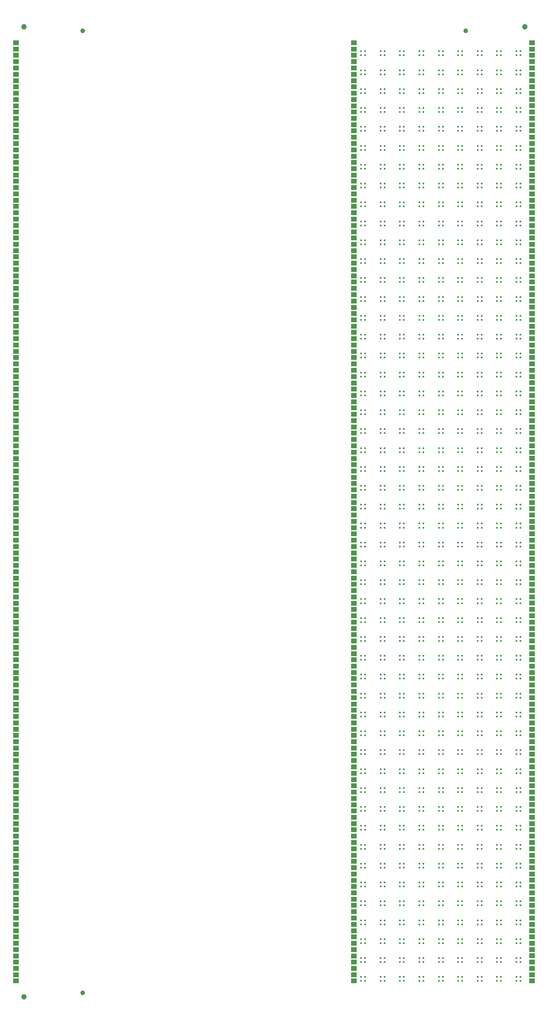
<source format=gts>
G04 #@! TF.GenerationSoftware,KiCad,Pcbnew,7.0.2-6a45011f42~172~ubuntu22.04.1*
G04 #@! TF.CreationDate,2023-07-04T08:02:55+08:00*
G04 #@! TF.ProjectId,panel_50_1,70616e65-6c5f-4353-905f-312e6b696361,rev?*
G04 #@! TF.SameCoordinates,Original*
G04 #@! TF.FileFunction,Soldermask,Top*
G04 #@! TF.FilePolarity,Negative*
%FSLAX46Y46*%
G04 Gerber Fmt 4.6, Leading zero omitted, Abs format (unit mm)*
G04 Created by KiCad (PCBNEW 7.0.2-6a45011f42~172~ubuntu22.04.1) date 2023-07-04 08:02:55*
%MOMM*%
%LPD*%
G01*
G04 APERTURE LIST*
%ADD10R,0.450000X0.450000*%
%ADD11R,1.200000X1.000000*%
%ADD12C,1.152000*%
%ADD13C,1.000000*%
G04 APERTURE END LIST*
D10*
G04 #@! TO.C,U5*
X91321834Y-36530000D03*
X90471834Y-36530000D03*
X91321834Y-35680000D03*
X90471834Y-35680000D03*
G04 #@! TD*
G04 #@! TO.C,U7*
X99549176Y-36530000D03*
X98699176Y-36530000D03*
X99549176Y-35680000D03*
X98699176Y-35680000D03*
G04 #@! TD*
D11*
G04 #@! TO.C,J3*
X72470000Y-115205000D03*
G04 #@! TD*
D10*
G04 #@! TO.C,U6*
X95435505Y-32530000D03*
X94585505Y-32530000D03*
X95435505Y-31680000D03*
X94585505Y-31680000D03*
G04 #@! TD*
D11*
G04 #@! TO.C,J8*
X823163Y-145880000D03*
G04 #@! TD*
D10*
G04 #@! TO.C,U9*
X107776522Y-48530000D03*
X106926522Y-48530000D03*
X107776522Y-47680000D03*
X106926522Y-47680000D03*
G04 #@! TD*
D11*
G04 #@! TO.C,J6*
X110240000Y-141875000D03*
G04 #@! TD*
G04 #@! TO.C,J3*
X72470000Y-55205000D03*
G04 #@! TD*
G04 #@! TO.C,J7*
X823163Y-72530000D03*
G04 #@! TD*
G04 #@! TO.C,J3*
X72470000Y-119205000D03*
G04 #@! TD*
D10*
G04 #@! TO.C,U9*
X107776522Y-92530000D03*
X106926522Y-92530000D03*
X107776522Y-91680000D03*
X106926522Y-91680000D03*
G04 #@! TD*
D11*
G04 #@! TO.C,J2*
X72470000Y-5880000D03*
G04 #@! TD*
G04 #@! TO.C,J2*
X72470000Y-101880000D03*
G04 #@! TD*
G04 #@! TO.C,J2*
X72470000Y-121880000D03*
G04 #@! TD*
G04 #@! TO.C,J2*
X72470000Y-29880000D03*
G04 #@! TD*
D10*
G04 #@! TO.C,U1*
X74867150Y-24530000D03*
X74017150Y-24530000D03*
X74867150Y-23680000D03*
X74017150Y-23680000D03*
G04 #@! TD*
D11*
G04 #@! TO.C,J9*
X823163Y-143205000D03*
G04 #@! TD*
D10*
G04 #@! TO.C,U7*
X99549176Y-76530000D03*
X98699176Y-76530000D03*
X99549176Y-75680000D03*
X98699176Y-75680000D03*
G04 #@! TD*
G04 #@! TO.C,U3*
X83094492Y-76530000D03*
X82244492Y-76530000D03*
X83094492Y-75680000D03*
X82244492Y-75680000D03*
G04 #@! TD*
D11*
G04 #@! TO.C,J1*
X72470000Y-12530000D03*
G04 #@! TD*
D10*
G04 #@! TO.C,U2*
X78980821Y-28530000D03*
X78130821Y-28530000D03*
X78980821Y-27680000D03*
X78130821Y-27680000D03*
G04 #@! TD*
G04 #@! TO.C,U6*
X95435505Y-180530000D03*
X94585505Y-180530000D03*
X95435505Y-179680000D03*
X94585505Y-179680000D03*
G04 #@! TD*
D11*
G04 #@! TO.C,J3*
X72470000Y-95205000D03*
G04 #@! TD*
D10*
G04 #@! TO.C,U4*
X87208163Y-68530000D03*
X86358163Y-68530000D03*
X87208163Y-67680000D03*
X86358163Y-67680000D03*
G04 #@! TD*
D11*
G04 #@! TO.C,J1*
X72470000Y-124530000D03*
G04 #@! TD*
D10*
G04 #@! TO.C,U3*
X83094492Y-104530000D03*
X82244492Y-104530000D03*
X83094492Y-103680000D03*
X82244492Y-103680000D03*
G04 #@! TD*
G04 #@! TO.C,U9*
X107776522Y-84530000D03*
X106926522Y-84530000D03*
X107776522Y-83680000D03*
X106926522Y-83680000D03*
G04 #@! TD*
G04 #@! TO.C,U7*
X99549176Y-68530000D03*
X98699176Y-68530000D03*
X99549176Y-67680000D03*
X98699176Y-67680000D03*
G04 #@! TD*
G04 #@! TO.C,U2*
X78980821Y-16530000D03*
X78130821Y-16530000D03*
X78980821Y-15680000D03*
X78130821Y-15680000D03*
G04 #@! TD*
G04 #@! TO.C,U7*
X99549176Y-188530000D03*
X98699176Y-188530000D03*
X99549176Y-187680000D03*
X98699176Y-187680000D03*
G04 #@! TD*
D11*
G04 #@! TO.C,J6*
X110240000Y-33875000D03*
G04 #@! TD*
G04 #@! TO.C,J1*
X72470000Y-148530000D03*
G04 #@! TD*
G04 #@! TO.C,J9*
X823163Y-155205000D03*
G04 #@! TD*
D10*
G04 #@! TO.C,U6*
X95435505Y-72530000D03*
X94585505Y-72530000D03*
X95435505Y-71680000D03*
X94585505Y-71680000D03*
G04 #@! TD*
D11*
G04 #@! TO.C,J4*
X110240000Y-91200000D03*
G04 #@! TD*
G04 #@! TO.C,J2*
X72470000Y-137880000D03*
G04 #@! TD*
G04 #@! TO.C,J1*
X72470000Y-152530000D03*
G04 #@! TD*
D10*
G04 #@! TO.C,U2*
X78980821Y-44530000D03*
X78130821Y-44530000D03*
X78980821Y-43680000D03*
X78130821Y-43680000D03*
G04 #@! TD*
G04 #@! TO.C,U1*
X74867150Y-104530000D03*
X74017150Y-104530000D03*
X74867150Y-103680000D03*
X74017150Y-103680000D03*
G04 #@! TD*
D11*
G04 #@! TO.C,J6*
X110240000Y-161875000D03*
G04 #@! TD*
G04 #@! TO.C,J7*
X823163Y-64530000D03*
G04 #@! TD*
D10*
G04 #@! TO.C,U7*
X99549176Y-48530000D03*
X98699176Y-48530000D03*
X99549176Y-47680000D03*
X98699176Y-47680000D03*
G04 #@! TD*
G04 #@! TO.C,U1*
X74867150Y-100530000D03*
X74017150Y-100530000D03*
X74867150Y-99680000D03*
X74017150Y-99680000D03*
G04 #@! TD*
D11*
G04 #@! TO.C,J6*
X110240000Y-193875000D03*
G04 #@! TD*
G04 #@! TO.C,J2*
X72470000Y-185880000D03*
G04 #@! TD*
G04 #@! TO.C,J8*
X823163Y-17880000D03*
G04 #@! TD*
G04 #@! TO.C,J8*
X823163Y-165880000D03*
G04 #@! TD*
D10*
G04 #@! TO.C,U6*
X95435505Y-188530000D03*
X94585505Y-188530000D03*
X95435505Y-187680000D03*
X94585505Y-187680000D03*
G04 #@! TD*
G04 #@! TO.C,U1*
X74867150Y-64530000D03*
X74017150Y-64530000D03*
X74867150Y-63680000D03*
X74017150Y-63680000D03*
G04 #@! TD*
G04 #@! TO.C,U9*
X107776522Y-200530000D03*
X106926522Y-200530000D03*
X107776522Y-199680000D03*
X106926522Y-199680000D03*
G04 #@! TD*
G04 #@! TO.C,U8*
X103662847Y-28530000D03*
X102812847Y-28530000D03*
X103662847Y-27680000D03*
X102812847Y-27680000D03*
G04 #@! TD*
D11*
G04 #@! TO.C,J2*
X72470000Y-49880000D03*
G04 #@! TD*
D10*
G04 #@! TO.C,U9*
X107776522Y-36530000D03*
X106926522Y-36530000D03*
X107776522Y-35680000D03*
X106926522Y-35680000D03*
G04 #@! TD*
G04 #@! TO.C,U9*
X107776522Y-88530000D03*
X106926522Y-88530000D03*
X107776522Y-87680000D03*
X106926522Y-87680000D03*
G04 #@! TD*
D11*
G04 #@! TO.C,J6*
X110240000Y-49875000D03*
G04 #@! TD*
D10*
G04 #@! TO.C,U6*
X95435505Y-204530000D03*
X94585505Y-204530000D03*
X95435505Y-203680000D03*
X94585505Y-203680000D03*
G04 #@! TD*
D11*
G04 #@! TO.C,J6*
X110240000Y-89875000D03*
G04 #@! TD*
G04 #@! TO.C,J8*
X823163Y-65880000D03*
G04 #@! TD*
D10*
G04 #@! TO.C,U2*
X78980821Y-132530000D03*
X78130821Y-132530000D03*
X78980821Y-131680000D03*
X78130821Y-131680000D03*
G04 #@! TD*
G04 #@! TO.C,U6*
X95435505Y-44530000D03*
X94585505Y-44530000D03*
X95435505Y-43680000D03*
X94585505Y-43680000D03*
G04 #@! TD*
D11*
G04 #@! TO.C,J8*
X823163Y-189880000D03*
G04 #@! TD*
D10*
G04 #@! TO.C,U2*
X78980821Y-60530000D03*
X78130821Y-60530000D03*
X78980821Y-59680000D03*
X78130821Y-59680000D03*
G04 #@! TD*
G04 #@! TO.C,U1*
X74867150Y-156530000D03*
X74017150Y-156530000D03*
X74867150Y-155680000D03*
X74017150Y-155680000D03*
G04 #@! TD*
D12*
G04 #@! TO.C,REF\u002A\u002A*
X2500000Y-207900000D03*
G04 #@! TD*
D11*
G04 #@! TO.C,J6*
X110240000Y-85875000D03*
G04 #@! TD*
D10*
G04 #@! TO.C,U1*
X74867150Y-136530000D03*
X74017150Y-136530000D03*
X74867150Y-135680000D03*
X74017150Y-135680000D03*
G04 #@! TD*
G04 #@! TO.C,U4*
X87208163Y-24530000D03*
X86358163Y-24530000D03*
X87208163Y-23680000D03*
X86358163Y-23680000D03*
G04 #@! TD*
D11*
G04 #@! TO.C,J3*
X72470000Y-163205000D03*
G04 #@! TD*
G04 #@! TO.C,J6*
X110240000Y-109875000D03*
G04 #@! TD*
D10*
G04 #@! TO.C,U2*
X78980821Y-72530000D03*
X78130821Y-72530000D03*
X78980821Y-71680000D03*
X78130821Y-71680000D03*
G04 #@! TD*
D11*
G04 #@! TO.C,J5*
X110240000Y-92525000D03*
G04 #@! TD*
G04 #@! TO.C,J6*
X110240000Y-37875000D03*
G04 #@! TD*
D10*
G04 #@! TO.C,U2*
X78980821Y-64530000D03*
X78130821Y-64530000D03*
X78980821Y-63680000D03*
X78130821Y-63680000D03*
G04 #@! TD*
G04 #@! TO.C,U3*
X83094492Y-172530000D03*
X82244492Y-172530000D03*
X83094492Y-171680000D03*
X82244492Y-171680000D03*
G04 #@! TD*
G04 #@! TO.C,U2*
X78980821Y-152530000D03*
X78130821Y-152530000D03*
X78980821Y-151680000D03*
X78130821Y-151680000D03*
G04 #@! TD*
G04 #@! TO.C,U3*
X83094492Y-204530000D03*
X82244492Y-204530000D03*
X83094492Y-203680000D03*
X82244492Y-203680000D03*
G04 #@! TD*
G04 #@! TO.C,U8*
X103662847Y-88530000D03*
X102812847Y-88530000D03*
X103662847Y-87680000D03*
X102812847Y-87680000D03*
G04 #@! TD*
D11*
G04 #@! TO.C,J9*
X823163Y-87205000D03*
G04 #@! TD*
D10*
G04 #@! TO.C,U1*
X74867150Y-68530000D03*
X74017150Y-68530000D03*
X74867150Y-67680000D03*
X74017150Y-67680000D03*
G04 #@! TD*
G04 #@! TO.C,U6*
X95435505Y-16530000D03*
X94585505Y-16530000D03*
X95435505Y-15680000D03*
X94585505Y-15680000D03*
G04 #@! TD*
D11*
G04 #@! TO.C,J4*
X110240000Y-63200000D03*
G04 #@! TD*
D10*
G04 #@! TO.C,U9*
X107776522Y-56530000D03*
X106926522Y-56530000D03*
X107776522Y-55680000D03*
X106926522Y-55680000D03*
G04 #@! TD*
D11*
G04 #@! TO.C,J8*
X823163Y-9880000D03*
G04 #@! TD*
D10*
G04 #@! TO.C,U9*
X107776522Y-104530000D03*
X106926522Y-104530000D03*
X107776522Y-103680000D03*
X106926522Y-103680000D03*
G04 #@! TD*
D11*
G04 #@! TO.C,J6*
X110240000Y-133875000D03*
G04 #@! TD*
G04 #@! TO.C,J8*
X823163Y-77880000D03*
G04 #@! TD*
D10*
G04 #@! TO.C,U1*
X74867150Y-176530000D03*
X74017150Y-176530000D03*
X74867150Y-175680000D03*
X74017150Y-175680000D03*
G04 #@! TD*
D11*
G04 #@! TO.C,J5*
X110240000Y-184525000D03*
G04 #@! TD*
D10*
G04 #@! TO.C,U5*
X91321834Y-12530000D03*
X90471834Y-12530000D03*
X91321834Y-11680000D03*
X90471834Y-11680000D03*
G04 #@! TD*
G04 #@! TO.C,U6*
X95435505Y-40530000D03*
X94585505Y-40530000D03*
X95435505Y-39680000D03*
X94585505Y-39680000D03*
G04 #@! TD*
G04 #@! TO.C,U3*
X83094492Y-132530000D03*
X82244492Y-132530000D03*
X83094492Y-131680000D03*
X82244492Y-131680000D03*
G04 #@! TD*
D11*
G04 #@! TO.C,J7*
X823163Y-88530000D03*
G04 #@! TD*
G04 #@! TO.C,J5*
X110240000Y-116525000D03*
G04 #@! TD*
G04 #@! TO.C,J1*
X72470000Y-52530000D03*
G04 #@! TD*
G04 #@! TO.C,J7*
X823163Y-204530000D03*
G04 #@! TD*
D10*
G04 #@! TO.C,U7*
X99549176Y-172530000D03*
X98699176Y-172530000D03*
X99549176Y-171680000D03*
X98699176Y-171680000D03*
G04 #@! TD*
G04 #@! TO.C,U3*
X83094492Y-180530000D03*
X82244492Y-180530000D03*
X83094492Y-179680000D03*
X82244492Y-179680000D03*
G04 #@! TD*
D11*
G04 #@! TO.C,J8*
X823163Y-169880000D03*
G04 #@! TD*
D10*
G04 #@! TO.C,U7*
X99549176Y-144530000D03*
X98699176Y-144530000D03*
X99549176Y-143680000D03*
X98699176Y-143680000D03*
G04 #@! TD*
D12*
G04 #@! TO.C,REF\u002A\u002A*
X2500000Y-2500000D03*
G04 #@! TD*
D11*
G04 #@! TO.C,J3*
X72470000Y-15205000D03*
G04 #@! TD*
G04 #@! TO.C,J9*
X823163Y-187205000D03*
G04 #@! TD*
G04 #@! TO.C,J7*
X823163Y-148530000D03*
G04 #@! TD*
D10*
G04 #@! TO.C,U7*
X99549176Y-24530000D03*
X98699176Y-24530000D03*
X99549176Y-23680000D03*
X98699176Y-23680000D03*
G04 #@! TD*
D11*
G04 #@! TO.C,J1*
X72470000Y-144530000D03*
G04 #@! TD*
G04 #@! TO.C,J8*
X823163Y-161880000D03*
G04 #@! TD*
D10*
G04 #@! TO.C,U2*
X78980821Y-148530000D03*
X78130821Y-148530000D03*
X78980821Y-147680000D03*
X78130821Y-147680000D03*
G04 #@! TD*
G04 #@! TO.C,U4*
X87208163Y-144530000D03*
X86358163Y-144530000D03*
X87208163Y-143680000D03*
X86358163Y-143680000D03*
G04 #@! TD*
D11*
G04 #@! TO.C,J8*
X823163Y-177880000D03*
G04 #@! TD*
G04 #@! TO.C,J3*
X72470000Y-63205000D03*
G04 #@! TD*
G04 #@! TO.C,J1*
X72470000Y-104530000D03*
G04 #@! TD*
D10*
G04 #@! TO.C,U9*
X107776522Y-176530000D03*
X106926522Y-176530000D03*
X107776522Y-175680000D03*
X106926522Y-175680000D03*
G04 #@! TD*
D11*
G04 #@! TO.C,J4*
X110240000Y-167200000D03*
G04 #@! TD*
D10*
G04 #@! TO.C,U1*
X74867150Y-48530000D03*
X74017150Y-48530000D03*
X74867150Y-47680000D03*
X74017150Y-47680000D03*
G04 #@! TD*
G04 #@! TO.C,U5*
X91321834Y-176530000D03*
X90471834Y-176530000D03*
X91321834Y-175680000D03*
X90471834Y-175680000D03*
G04 #@! TD*
D11*
G04 #@! TO.C,J9*
X823163Y-123205000D03*
G04 #@! TD*
G04 #@! TO.C,J6*
X110240000Y-197875000D03*
G04 #@! TD*
D10*
G04 #@! TO.C,U2*
X78980821Y-48530000D03*
X78130821Y-48530000D03*
X78980821Y-47680000D03*
X78130821Y-47680000D03*
G04 #@! TD*
D11*
G04 #@! TO.C,J7*
X823163Y-92530000D03*
G04 #@! TD*
G04 #@! TO.C,J7*
X823163Y-144530000D03*
G04 #@! TD*
D10*
G04 #@! TO.C,U9*
X107776522Y-204530000D03*
X106926522Y-204530000D03*
X107776522Y-203680000D03*
X106926522Y-203680000D03*
G04 #@! TD*
G04 #@! TO.C,U6*
X95435505Y-104530000D03*
X94585505Y-104530000D03*
X95435505Y-103680000D03*
X94585505Y-103680000D03*
G04 #@! TD*
D11*
G04 #@! TO.C,J5*
X110240000Y-180525000D03*
G04 #@! TD*
D10*
G04 #@! TO.C,U3*
X83094492Y-156530000D03*
X82244492Y-156530000D03*
X83094492Y-155680000D03*
X82244492Y-155680000D03*
G04 #@! TD*
D11*
G04 #@! TO.C,J8*
X823163Y-45880000D03*
G04 #@! TD*
D10*
G04 #@! TO.C,U9*
X107776522Y-144530000D03*
X106926522Y-144530000D03*
X107776522Y-143680000D03*
X106926522Y-143680000D03*
G04 #@! TD*
G04 #@! TO.C,U5*
X91321834Y-64530000D03*
X90471834Y-64530000D03*
X91321834Y-63680000D03*
X90471834Y-63680000D03*
G04 #@! TD*
D11*
G04 #@! TO.C,J2*
X72470000Y-21880000D03*
G04 #@! TD*
D10*
G04 #@! TO.C,U6*
X95435505Y-80530000D03*
X94585505Y-80530000D03*
X95435505Y-79680000D03*
X94585505Y-79680000D03*
G04 #@! TD*
G04 #@! TO.C,U3*
X83094492Y-120530000D03*
X82244492Y-120530000D03*
X83094492Y-119680000D03*
X82244492Y-119680000D03*
G04 #@! TD*
D11*
G04 #@! TO.C,J5*
X110240000Y-84525000D03*
G04 #@! TD*
G04 #@! TO.C,J7*
X823163Y-56530000D03*
G04 #@! TD*
G04 #@! TO.C,J1*
X72470000Y-80530000D03*
G04 #@! TD*
G04 #@! TO.C,J6*
X110240000Y-93875000D03*
G04 #@! TD*
G04 #@! TO.C,J6*
X110240000Y-157875000D03*
G04 #@! TD*
D10*
G04 #@! TO.C,U3*
X83094492Y-8530000D03*
X82244492Y-8530000D03*
X83094492Y-7680000D03*
X82244492Y-7680000D03*
G04 #@! TD*
G04 #@! TO.C,U4*
X87208163Y-96530000D03*
X86358163Y-96530000D03*
X87208163Y-95680000D03*
X86358163Y-95680000D03*
G04 #@! TD*
G04 #@! TO.C,U6*
X95435505Y-120530000D03*
X94585505Y-120530000D03*
X95435505Y-119680000D03*
X94585505Y-119680000D03*
G04 #@! TD*
D11*
G04 #@! TO.C,J9*
X823163Y-83205000D03*
G04 #@! TD*
G04 #@! TO.C,J7*
X823163Y-168530000D03*
G04 #@! TD*
D10*
G04 #@! TO.C,U8*
X103662847Y-8530000D03*
X102812847Y-8530000D03*
X103662847Y-7680000D03*
X102812847Y-7680000D03*
G04 #@! TD*
G04 #@! TO.C,U3*
X83094492Y-68530000D03*
X82244492Y-68530000D03*
X83094492Y-67680000D03*
X82244492Y-67680000D03*
G04 #@! TD*
G04 #@! TO.C,U9*
X107776522Y-108530000D03*
X106926522Y-108530000D03*
X107776522Y-107680000D03*
X106926522Y-107680000D03*
G04 #@! TD*
D11*
G04 #@! TO.C,J5*
X110240000Y-68525000D03*
G04 #@! TD*
G04 #@! TO.C,J7*
X823163Y-44530000D03*
G04 #@! TD*
D10*
G04 #@! TO.C,U3*
X83094492Y-152530000D03*
X82244492Y-152530000D03*
X83094492Y-151680000D03*
X82244492Y-151680000D03*
G04 #@! TD*
D11*
G04 #@! TO.C,J8*
X823163Y-53880000D03*
G04 #@! TD*
G04 #@! TO.C,J2*
X72470000Y-81880000D03*
G04 #@! TD*
G04 #@! TO.C,J8*
X823163Y-173880000D03*
G04 #@! TD*
D10*
G04 #@! TO.C,U5*
X91321834Y-136530000D03*
X90471834Y-136530000D03*
X91321834Y-135680000D03*
X90471834Y-135680000D03*
G04 #@! TD*
D11*
G04 #@! TO.C,J1*
X72470000Y-112530000D03*
G04 #@! TD*
G04 #@! TO.C,J3*
X72470000Y-167205000D03*
G04 #@! TD*
G04 #@! TO.C,J7*
X823163Y-52530000D03*
G04 #@! TD*
G04 #@! TO.C,J4*
X110240000Y-199200000D03*
G04 #@! TD*
D10*
G04 #@! TO.C,U7*
X99549176Y-104530000D03*
X98699176Y-104530000D03*
X99549176Y-103680000D03*
X98699176Y-103680000D03*
G04 #@! TD*
G04 #@! TO.C,U3*
X83094492Y-72530000D03*
X82244492Y-72530000D03*
X83094492Y-71680000D03*
X82244492Y-71680000D03*
G04 #@! TD*
D11*
G04 #@! TO.C,J1*
X72470000Y-88530000D03*
G04 #@! TD*
D10*
G04 #@! TO.C,U7*
X99549176Y-28530000D03*
X98699176Y-28530000D03*
X99549176Y-27680000D03*
X98699176Y-27680000D03*
G04 #@! TD*
D11*
G04 #@! TO.C,J3*
X72470000Y-195205000D03*
G04 #@! TD*
G04 #@! TO.C,J4*
X110240000Y-31200000D03*
G04 #@! TD*
D10*
G04 #@! TO.C,U8*
X103662847Y-96530000D03*
X102812847Y-96530000D03*
X103662847Y-95680000D03*
X102812847Y-95680000D03*
G04 #@! TD*
D11*
G04 #@! TO.C,J1*
X72470000Y-192530000D03*
G04 #@! TD*
G04 #@! TO.C,J4*
X110240000Y-79200000D03*
G04 #@! TD*
D10*
G04 #@! TO.C,U1*
X74867150Y-140530000D03*
X74017150Y-140530000D03*
X74867150Y-139680000D03*
X74017150Y-139680000D03*
G04 #@! TD*
D11*
G04 #@! TO.C,J4*
X110240000Y-103200000D03*
G04 #@! TD*
D10*
G04 #@! TO.C,U9*
X107776522Y-132530000D03*
X106926522Y-132530000D03*
X107776522Y-131680000D03*
X106926522Y-131680000D03*
G04 #@! TD*
G04 #@! TO.C,U7*
X99549176Y-80530000D03*
X98699176Y-80530000D03*
X99549176Y-79680000D03*
X98699176Y-79680000D03*
G04 #@! TD*
D11*
G04 #@! TO.C,J7*
X823163Y-184530000D03*
G04 #@! TD*
D10*
G04 #@! TO.C,U9*
X107776522Y-156530000D03*
X106926522Y-156530000D03*
X107776522Y-155680000D03*
X106926522Y-155680000D03*
G04 #@! TD*
G04 #@! TO.C,U6*
X95435505Y-164530000D03*
X94585505Y-164530000D03*
X95435505Y-163680000D03*
X94585505Y-163680000D03*
G04 #@! TD*
G04 #@! TO.C,U5*
X91321834Y-124530000D03*
X90471834Y-124530000D03*
X91321834Y-123680000D03*
X90471834Y-123680000D03*
G04 #@! TD*
G04 #@! TO.C,U8*
X103662847Y-24530000D03*
X102812847Y-24530000D03*
X103662847Y-23680000D03*
X102812847Y-23680000D03*
G04 #@! TD*
D11*
G04 #@! TO.C,J6*
X110240000Y-17875000D03*
G04 #@! TD*
D10*
G04 #@! TO.C,U5*
X91321834Y-200530000D03*
X90471834Y-200530000D03*
X91321834Y-199680000D03*
X90471834Y-199680000D03*
G04 #@! TD*
D11*
G04 #@! TO.C,J5*
X110240000Y-20525000D03*
G04 #@! TD*
D10*
G04 #@! TO.C,U8*
X103662847Y-44530000D03*
X102812847Y-44530000D03*
X103662847Y-43680000D03*
X102812847Y-43680000D03*
G04 #@! TD*
G04 #@! TO.C,U6*
X95435505Y-196530000D03*
X94585505Y-196530000D03*
X95435505Y-195680000D03*
X94585505Y-195680000D03*
G04 #@! TD*
G04 #@! TO.C,U4*
X87208163Y-60530000D03*
X86358163Y-60530000D03*
X87208163Y-59680000D03*
X86358163Y-59680000D03*
G04 #@! TD*
G04 #@! TO.C,U1*
X74867150Y-32530000D03*
X74017150Y-32530000D03*
X74867150Y-31680000D03*
X74017150Y-31680000D03*
G04 #@! TD*
G04 #@! TO.C,U1*
X74867150Y-56530000D03*
X74017150Y-56530000D03*
X74867150Y-55680000D03*
X74017150Y-55680000D03*
G04 #@! TD*
D11*
G04 #@! TO.C,J7*
X823163Y-60530000D03*
G04 #@! TD*
D10*
G04 #@! TO.C,U7*
X99549176Y-184530000D03*
X98699176Y-184530000D03*
X99549176Y-183680000D03*
X98699176Y-183680000D03*
G04 #@! TD*
D11*
G04 #@! TO.C,J1*
X72470000Y-188530000D03*
G04 #@! TD*
D10*
G04 #@! TO.C,U3*
X83094492Y-176530000D03*
X82244492Y-176530000D03*
X83094492Y-175680000D03*
X82244492Y-175680000D03*
G04 #@! TD*
D11*
G04 #@! TO.C,J3*
X72470000Y-87205000D03*
G04 #@! TD*
D10*
G04 #@! TO.C,U3*
X83094492Y-128530000D03*
X82244492Y-128530000D03*
X83094492Y-127680000D03*
X82244492Y-127680000D03*
G04 #@! TD*
G04 #@! TO.C,U3*
X83094492Y-140530000D03*
X82244492Y-140530000D03*
X83094492Y-139680000D03*
X82244492Y-139680000D03*
G04 #@! TD*
D11*
G04 #@! TO.C,J5*
X110240000Y-144525000D03*
G04 #@! TD*
D10*
G04 #@! TO.C,U7*
X99549176Y-192530000D03*
X98699176Y-192530000D03*
X99549176Y-191680000D03*
X98699176Y-191680000D03*
G04 #@! TD*
D11*
G04 #@! TO.C,J6*
X110240000Y-137875000D03*
G04 #@! TD*
D10*
G04 #@! TO.C,U4*
X87208163Y-132530000D03*
X86358163Y-132530000D03*
X87208163Y-131680000D03*
X86358163Y-131680000D03*
G04 #@! TD*
D11*
G04 #@! TO.C,J2*
X72470000Y-9880000D03*
G04 #@! TD*
G04 #@! TO.C,J3*
X72470000Y-171205000D03*
G04 #@! TD*
D10*
G04 #@! TO.C,U4*
X87208163Y-20530000D03*
X86358163Y-20530000D03*
X87208163Y-19680000D03*
X86358163Y-19680000D03*
G04 #@! TD*
G04 #@! TO.C,U4*
X87208163Y-124530000D03*
X86358163Y-124530000D03*
X87208163Y-123680000D03*
X86358163Y-123680000D03*
G04 #@! TD*
D11*
G04 #@! TO.C,J9*
X823163Y-131205000D03*
G04 #@! TD*
G04 #@! TO.C,J3*
X72470000Y-99205000D03*
G04 #@! TD*
G04 #@! TO.C,J7*
X823163Y-68530000D03*
G04 #@! TD*
D10*
G04 #@! TO.C,U5*
X91321834Y-148530000D03*
X90471834Y-148530000D03*
X91321834Y-147680000D03*
X90471834Y-147680000D03*
G04 #@! TD*
D11*
G04 #@! TO.C,J5*
X110240000Y-36525000D03*
G04 #@! TD*
D10*
G04 #@! TO.C,U2*
X78980821Y-164530000D03*
X78130821Y-164530000D03*
X78980821Y-163680000D03*
X78130821Y-163680000D03*
G04 #@! TD*
G04 #@! TO.C,U1*
X74867150Y-152530000D03*
X74017150Y-152530000D03*
X74867150Y-151680000D03*
X74017150Y-151680000D03*
G04 #@! TD*
D11*
G04 #@! TO.C,J8*
X823163Y-13880000D03*
G04 #@! TD*
G04 #@! TO.C,J1*
X72470000Y-176530000D03*
G04 #@! TD*
D10*
G04 #@! TO.C,U1*
X74867150Y-8530000D03*
X74017150Y-8530000D03*
X74867150Y-7680000D03*
X74017150Y-7680000D03*
G04 #@! TD*
G04 #@! TO.C,U7*
X99549176Y-12530000D03*
X98699176Y-12530000D03*
X99549176Y-11680000D03*
X98699176Y-11680000D03*
G04 #@! TD*
G04 #@! TO.C,U4*
X87208163Y-192530000D03*
X86358163Y-192530000D03*
X87208163Y-191680000D03*
X86358163Y-191680000D03*
G04 #@! TD*
G04 #@! TO.C,U8*
X103662847Y-120530000D03*
X102812847Y-120530000D03*
X103662847Y-119680000D03*
X102812847Y-119680000D03*
G04 #@! TD*
D11*
G04 #@! TO.C,J4*
X110240000Y-195200000D03*
G04 #@! TD*
D10*
G04 #@! TO.C,U1*
X74867150Y-40530000D03*
X74017150Y-40530000D03*
X74867150Y-39680000D03*
X74017150Y-39680000D03*
G04 #@! TD*
D11*
G04 #@! TO.C,J6*
X110240000Y-25875000D03*
G04 #@! TD*
D10*
G04 #@! TO.C,U5*
X91321834Y-120530000D03*
X90471834Y-120530000D03*
X91321834Y-119680000D03*
X90471834Y-119680000D03*
G04 #@! TD*
G04 #@! TO.C,U9*
X107776522Y-24530000D03*
X106926522Y-24530000D03*
X107776522Y-23680000D03*
X106926522Y-23680000D03*
G04 #@! TD*
G04 #@! TO.C,U9*
X107776522Y-116530000D03*
X106926522Y-116530000D03*
X107776522Y-115680000D03*
X106926522Y-115680000D03*
G04 #@! TD*
G04 #@! TO.C,U4*
X87208163Y-196530000D03*
X86358163Y-196530000D03*
X87208163Y-195680000D03*
X86358163Y-195680000D03*
G04 #@! TD*
D11*
G04 #@! TO.C,J5*
X110240000Y-64525000D03*
G04 #@! TD*
G04 #@! TO.C,J8*
X823163Y-137880000D03*
G04 #@! TD*
D10*
G04 #@! TO.C,U3*
X83094492Y-80530000D03*
X82244492Y-80530000D03*
X83094492Y-79680000D03*
X82244492Y-79680000D03*
G04 #@! TD*
D11*
G04 #@! TO.C,J4*
X110240000Y-27200000D03*
G04 #@! TD*
G04 #@! TO.C,J9*
X823163Y-203205000D03*
G04 #@! TD*
D10*
G04 #@! TO.C,U5*
X91321834Y-32530000D03*
X90471834Y-32530000D03*
X91321834Y-31680000D03*
X90471834Y-31680000D03*
G04 #@! TD*
D11*
G04 #@! TO.C,J4*
X110240000Y-7200000D03*
G04 #@! TD*
D10*
G04 #@! TO.C,U2*
X78980821Y-116530000D03*
X78130821Y-116530000D03*
X78980821Y-115680000D03*
X78130821Y-115680000D03*
G04 #@! TD*
G04 #@! TO.C,U7*
X99549176Y-112530000D03*
X98699176Y-112530000D03*
X99549176Y-111680000D03*
X98699176Y-111680000D03*
G04 #@! TD*
D11*
G04 #@! TO.C,J8*
X823163Y-21880000D03*
G04 #@! TD*
G04 #@! TO.C,J7*
X823163Y-100530000D03*
G04 #@! TD*
G04 #@! TO.C,J6*
X110240000Y-65875000D03*
G04 #@! TD*
D10*
G04 #@! TO.C,U6*
X95435505Y-20530000D03*
X94585505Y-20530000D03*
X95435505Y-19680000D03*
X94585505Y-19680000D03*
G04 #@! TD*
D11*
G04 #@! TO.C,J6*
X110240000Y-21875000D03*
G04 #@! TD*
D10*
G04 #@! TO.C,U6*
X95435505Y-168530000D03*
X94585505Y-168530000D03*
X95435505Y-167680000D03*
X94585505Y-167680000D03*
G04 #@! TD*
D11*
G04 #@! TO.C,J1*
X72470000Y-60530000D03*
G04 #@! TD*
D10*
G04 #@! TO.C,U9*
X107776522Y-188530000D03*
X106926522Y-188530000D03*
X107776522Y-187680000D03*
X106926522Y-187680000D03*
G04 #@! TD*
G04 #@! TO.C,U3*
X83094492Y-32530000D03*
X82244492Y-32530000D03*
X83094492Y-31680000D03*
X82244492Y-31680000D03*
G04 #@! TD*
G04 #@! TO.C,U5*
X91321834Y-160530000D03*
X90471834Y-160530000D03*
X91321834Y-159680000D03*
X90471834Y-159680000D03*
G04 #@! TD*
G04 #@! TO.C,U1*
X74867150Y-184530000D03*
X74017150Y-184530000D03*
X74867150Y-183680000D03*
X74017150Y-183680000D03*
G04 #@! TD*
D11*
G04 #@! TO.C,J5*
X110240000Y-60525000D03*
G04 #@! TD*
D10*
G04 #@! TO.C,U7*
X99549176Y-148530000D03*
X98699176Y-148530000D03*
X99549176Y-147680000D03*
X98699176Y-147680000D03*
G04 #@! TD*
D11*
G04 #@! TO.C,J3*
X72470000Y-19205000D03*
G04 #@! TD*
D10*
G04 #@! TO.C,U4*
X87208163Y-164530000D03*
X86358163Y-164530000D03*
X87208163Y-163680000D03*
X86358163Y-163680000D03*
G04 #@! TD*
D11*
G04 #@! TO.C,J3*
X72470000Y-103205000D03*
G04 #@! TD*
G04 #@! TO.C,J3*
X72470000Y-43205000D03*
G04 #@! TD*
D10*
G04 #@! TO.C,U4*
X87208163Y-72530000D03*
X86358163Y-72530000D03*
X87208163Y-71680000D03*
X86358163Y-71680000D03*
G04 #@! TD*
D11*
G04 #@! TO.C,J8*
X823163Y-33880000D03*
G04 #@! TD*
G04 #@! TO.C,J5*
X110240000Y-12525000D03*
G04 #@! TD*
G04 #@! TO.C,J5*
X110240000Y-172525000D03*
G04 #@! TD*
D10*
G04 #@! TO.C,U1*
X74867150Y-180530000D03*
X74017150Y-180530000D03*
X74867150Y-179680000D03*
X74017150Y-179680000D03*
G04 #@! TD*
G04 #@! TO.C,U1*
X74867150Y-116530000D03*
X74017150Y-116530000D03*
X74867150Y-115680000D03*
X74017150Y-115680000D03*
G04 #@! TD*
G04 #@! TO.C,U7*
X99549176Y-56530000D03*
X98699176Y-56530000D03*
X99549176Y-55680000D03*
X98699176Y-55680000D03*
G04 #@! TD*
G04 #@! TO.C,U6*
X95435505Y-116530000D03*
X94585505Y-116530000D03*
X95435505Y-115680000D03*
X94585505Y-115680000D03*
G04 #@! TD*
D11*
G04 #@! TO.C,J6*
X110240000Y-189875000D03*
G04 #@! TD*
G04 #@! TO.C,J2*
X72470000Y-45880000D03*
G04 #@! TD*
G04 #@! TO.C,J5*
X110240000Y-140525000D03*
G04 #@! TD*
D10*
G04 #@! TO.C,U9*
X107776522Y-100530000D03*
X106926522Y-100530000D03*
X107776522Y-99680000D03*
X106926522Y-99680000D03*
G04 #@! TD*
D11*
G04 #@! TO.C,J6*
X110240000Y-169875000D03*
G04 #@! TD*
D10*
G04 #@! TO.C,U6*
X95435505Y-48530000D03*
X94585505Y-48530000D03*
X95435505Y-47680000D03*
X94585505Y-47680000D03*
G04 #@! TD*
D11*
G04 #@! TO.C,J7*
X823163Y-156530000D03*
G04 #@! TD*
D10*
G04 #@! TO.C,U1*
X74867150Y-108530000D03*
X74017150Y-108530000D03*
X74867150Y-107680000D03*
X74017150Y-107680000D03*
G04 #@! TD*
D11*
G04 #@! TO.C,J5*
X110240000Y-136525000D03*
G04 #@! TD*
D10*
G04 #@! TO.C,U4*
X87208163Y-28530000D03*
X86358163Y-28530000D03*
X87208163Y-27680000D03*
X86358163Y-27680000D03*
G04 #@! TD*
D11*
G04 #@! TO.C,J5*
X110240000Y-160525000D03*
G04 #@! TD*
G04 #@! TO.C,J1*
X72470000Y-28530000D03*
G04 #@! TD*
G04 #@! TO.C,J8*
X823163Y-29880000D03*
G04 #@! TD*
G04 #@! TO.C,J2*
X72470000Y-125880000D03*
G04 #@! TD*
D10*
G04 #@! TO.C,U8*
X103662847Y-204530000D03*
X102812847Y-204530000D03*
X103662847Y-203680000D03*
X102812847Y-203680000D03*
G04 #@! TD*
G04 #@! TO.C,U1*
X74867150Y-196530000D03*
X74017150Y-196530000D03*
X74867150Y-195680000D03*
X74017150Y-195680000D03*
G04 #@! TD*
D11*
G04 #@! TO.C,J5*
X110240000Y-192525000D03*
G04 #@! TD*
D10*
G04 #@! TO.C,U9*
X107776522Y-8530000D03*
X106926522Y-8530000D03*
X107776522Y-7680000D03*
X106926522Y-7680000D03*
G04 #@! TD*
G04 #@! TO.C,U3*
X83094492Y-148530000D03*
X82244492Y-148530000D03*
X83094492Y-147680000D03*
X82244492Y-147680000D03*
G04 #@! TD*
D11*
G04 #@! TO.C,J9*
X823163Y-35205000D03*
G04 #@! TD*
D10*
G04 #@! TO.C,U2*
X78980821Y-12530000D03*
X78130821Y-12530000D03*
X78980821Y-11680000D03*
X78130821Y-11680000D03*
G04 #@! TD*
D11*
G04 #@! TO.C,J3*
X72470000Y-159205000D03*
G04 #@! TD*
D10*
G04 #@! TO.C,U3*
X83094492Y-192530000D03*
X82244492Y-192530000D03*
X83094492Y-191680000D03*
X82244492Y-191680000D03*
G04 #@! TD*
D11*
G04 #@! TO.C,J3*
X72470000Y-183205000D03*
G04 #@! TD*
D10*
G04 #@! TO.C,U8*
X103662847Y-136530000D03*
X102812847Y-136530000D03*
X103662847Y-135680000D03*
X102812847Y-135680000D03*
G04 #@! TD*
G04 #@! TO.C,U5*
X91321834Y-16530000D03*
X90471834Y-16530000D03*
X91321834Y-15680000D03*
X90471834Y-15680000D03*
G04 #@! TD*
G04 #@! TO.C,U6*
X95435505Y-88530000D03*
X94585505Y-88530000D03*
X95435505Y-87680000D03*
X94585505Y-87680000D03*
G04 #@! TD*
G04 #@! TO.C,U3*
X83094492Y-164530000D03*
X82244492Y-164530000D03*
X83094492Y-163680000D03*
X82244492Y-163680000D03*
G04 #@! TD*
G04 #@! TO.C,U5*
X91321834Y-84530000D03*
X90471834Y-84530000D03*
X91321834Y-83680000D03*
X90471834Y-83680000D03*
G04 #@! TD*
D11*
G04 #@! TO.C,J6*
X110240000Y-41875000D03*
G04 #@! TD*
G04 #@! TO.C,J9*
X823163Y-55205000D03*
G04 #@! TD*
D10*
G04 #@! TO.C,U6*
X95435505Y-68530000D03*
X94585505Y-68530000D03*
X95435505Y-67680000D03*
X94585505Y-67680000D03*
G04 #@! TD*
G04 #@! TO.C,U7*
X99549176Y-8530000D03*
X98699176Y-8530000D03*
X99549176Y-7680000D03*
X98699176Y-7680000D03*
G04 #@! TD*
G04 #@! TO.C,U4*
X87208163Y-108530000D03*
X86358163Y-108530000D03*
X87208163Y-107680000D03*
X86358163Y-107680000D03*
G04 #@! TD*
D11*
G04 #@! TO.C,J1*
X72470000Y-184530000D03*
G04 #@! TD*
G04 #@! TO.C,J9*
X823163Y-67205000D03*
G04 #@! TD*
G04 #@! TO.C,J3*
X72470000Y-151205000D03*
G04 #@! TD*
G04 #@! TO.C,J2*
X72470000Y-13880000D03*
G04 #@! TD*
D10*
G04 #@! TO.C,U1*
X74867150Y-160530000D03*
X74017150Y-160530000D03*
X74867150Y-159680000D03*
X74017150Y-159680000D03*
G04 #@! TD*
G04 #@! TO.C,U4*
X87208163Y-76530000D03*
X86358163Y-76530000D03*
X87208163Y-75680000D03*
X86358163Y-75680000D03*
G04 #@! TD*
G04 #@! TO.C,U3*
X83094492Y-100530000D03*
X82244492Y-100530000D03*
X83094492Y-99680000D03*
X82244492Y-99680000D03*
G04 #@! TD*
G04 #@! TO.C,U2*
X78980821Y-140530000D03*
X78130821Y-140530000D03*
X78980821Y-139680000D03*
X78130821Y-139680000D03*
G04 #@! TD*
D11*
G04 #@! TO.C,J4*
X110240000Y-155200000D03*
G04 #@! TD*
G04 #@! TO.C,J8*
X823163Y-129880000D03*
G04 #@! TD*
D10*
G04 #@! TO.C,U4*
X87208163Y-120530000D03*
X86358163Y-120530000D03*
X87208163Y-119680000D03*
X86358163Y-119680000D03*
G04 #@! TD*
G04 #@! TO.C,U6*
X95435505Y-176530000D03*
X94585505Y-176530000D03*
X95435505Y-175680000D03*
X94585505Y-175680000D03*
G04 #@! TD*
D11*
G04 #@! TO.C,J7*
X823163Y-200530000D03*
G04 #@! TD*
D10*
G04 #@! TO.C,U5*
X91321834Y-164530000D03*
X90471834Y-164530000D03*
X91321834Y-163680000D03*
X90471834Y-163680000D03*
G04 #@! TD*
G04 #@! TO.C,U2*
X78980821Y-168530000D03*
X78130821Y-168530000D03*
X78980821Y-167680000D03*
X78130821Y-167680000D03*
G04 #@! TD*
D11*
G04 #@! TO.C,J3*
X72470000Y-147205000D03*
G04 #@! TD*
D10*
G04 #@! TO.C,U1*
X74867150Y-124530000D03*
X74017150Y-124530000D03*
X74867150Y-123680000D03*
X74017150Y-123680000D03*
G04 #@! TD*
D11*
G04 #@! TO.C,J5*
X110240000Y-120525000D03*
G04 #@! TD*
D10*
G04 #@! TO.C,U5*
X91321834Y-48530000D03*
X90471834Y-48530000D03*
X91321834Y-47680000D03*
X90471834Y-47680000D03*
G04 #@! TD*
D11*
G04 #@! TO.C,J8*
X823163Y-89880000D03*
G04 #@! TD*
D10*
G04 #@! TO.C,U1*
X74867150Y-200530000D03*
X74017150Y-200530000D03*
X74867150Y-199680000D03*
X74017150Y-199680000D03*
G04 #@! TD*
D11*
G04 #@! TO.C,J6*
X110240000Y-113875000D03*
G04 #@! TD*
G04 #@! TO.C,J5*
X110240000Y-124525000D03*
G04 #@! TD*
D10*
G04 #@! TO.C,U1*
X74867150Y-72530000D03*
X74017150Y-72530000D03*
X74867150Y-71680000D03*
X74017150Y-71680000D03*
G04 #@! TD*
D11*
G04 #@! TO.C,J3*
X72470000Y-11205000D03*
G04 #@! TD*
D10*
G04 #@! TO.C,U6*
X95435505Y-148530000D03*
X94585505Y-148530000D03*
X95435505Y-147680000D03*
X94585505Y-147680000D03*
G04 #@! TD*
G04 #@! TO.C,U2*
X78980821Y-40530000D03*
X78130821Y-40530000D03*
X78980821Y-39680000D03*
X78130821Y-39680000D03*
G04 #@! TD*
D11*
G04 #@! TO.C,J6*
X110240000Y-145875000D03*
G04 #@! TD*
G04 #@! TO.C,J8*
X823163Y-197880000D03*
G04 #@! TD*
G04 #@! TO.C,J2*
X72470000Y-25880000D03*
G04 #@! TD*
D10*
G04 #@! TO.C,U9*
X107776522Y-136530000D03*
X106926522Y-136530000D03*
X107776522Y-135680000D03*
X106926522Y-135680000D03*
G04 #@! TD*
G04 #@! TO.C,U2*
X78980821Y-76530000D03*
X78130821Y-76530000D03*
X78980821Y-75680000D03*
X78130821Y-75680000D03*
G04 #@! TD*
D11*
G04 #@! TO.C,J1*
X72470000Y-172530000D03*
G04 #@! TD*
G04 #@! TO.C,J1*
X72470000Y-36530000D03*
G04 #@! TD*
G04 #@! TO.C,J6*
X110240000Y-69875000D03*
G04 #@! TD*
G04 #@! TO.C,J6*
X110240000Y-5875000D03*
G04 #@! TD*
G04 #@! TO.C,J6*
X110240000Y-29875000D03*
G04 #@! TD*
G04 #@! TO.C,J9*
X823163Y-107205000D03*
G04 #@! TD*
D10*
G04 #@! TO.C,U4*
X87208163Y-32530000D03*
X86358163Y-32530000D03*
X87208163Y-31680000D03*
X86358163Y-31680000D03*
G04 #@! TD*
G04 #@! TO.C,U2*
X78980821Y-56530000D03*
X78130821Y-56530000D03*
X78980821Y-55680000D03*
X78130821Y-55680000D03*
G04 #@! TD*
G04 #@! TO.C,U4*
X87208163Y-80530000D03*
X86358163Y-80530000D03*
X87208163Y-79680000D03*
X86358163Y-79680000D03*
G04 #@! TD*
D11*
G04 #@! TO.C,J2*
X72470000Y-141880000D03*
G04 #@! TD*
D10*
G04 #@! TO.C,U4*
X87208163Y-100530000D03*
X86358163Y-100530000D03*
X87208163Y-99680000D03*
X86358163Y-99680000D03*
G04 #@! TD*
D11*
G04 #@! TO.C,J4*
X110240000Y-71200000D03*
G04 #@! TD*
G04 #@! TO.C,J1*
X72470000Y-8530000D03*
G04 #@! TD*
D10*
G04 #@! TO.C,U3*
X83094492Y-168530000D03*
X82244492Y-168530000D03*
X83094492Y-167680000D03*
X82244492Y-167680000D03*
G04 #@! TD*
G04 #@! TO.C,U9*
X107776522Y-120530000D03*
X106926522Y-120530000D03*
X107776522Y-119680000D03*
X106926522Y-119680000D03*
G04 #@! TD*
D11*
G04 #@! TO.C,J6*
X110240000Y-173875000D03*
G04 #@! TD*
D10*
G04 #@! TO.C,U2*
X78980821Y-112530000D03*
X78130821Y-112530000D03*
X78980821Y-111680000D03*
X78130821Y-111680000D03*
G04 #@! TD*
D11*
G04 #@! TO.C,J8*
X823163Y-61880000D03*
G04 #@! TD*
G04 #@! TO.C,J3*
X72470000Y-67205000D03*
G04 #@! TD*
G04 #@! TO.C,J2*
X72470000Y-173880000D03*
G04 #@! TD*
D10*
G04 #@! TO.C,U7*
X99549176Y-40530000D03*
X98699176Y-40530000D03*
X99549176Y-39680000D03*
X98699176Y-39680000D03*
G04 #@! TD*
D11*
G04 #@! TO.C,J8*
X823163Y-193880000D03*
G04 #@! TD*
D10*
G04 #@! TO.C,U8*
X103662847Y-124530000D03*
X102812847Y-124530000D03*
X103662847Y-123680000D03*
X102812847Y-123680000D03*
G04 #@! TD*
D11*
G04 #@! TO.C,J3*
X72470000Y-143205000D03*
G04 #@! TD*
G04 #@! TO.C,J9*
X823163Y-27205000D03*
G04 #@! TD*
G04 #@! TO.C,J6*
X110240000Y-153875000D03*
G04 #@! TD*
D10*
G04 #@! TO.C,U2*
X78980821Y-120530000D03*
X78130821Y-120530000D03*
X78980821Y-119680000D03*
X78130821Y-119680000D03*
G04 #@! TD*
G04 #@! TO.C,U3*
X83094492Y-196530000D03*
X82244492Y-196530000D03*
X83094492Y-195680000D03*
X82244492Y-195680000D03*
G04 #@! TD*
G04 #@! TO.C,U7*
X99549176Y-128530000D03*
X98699176Y-128530000D03*
X99549176Y-127680000D03*
X98699176Y-127680000D03*
G04 #@! TD*
G04 #@! TO.C,U5*
X91321834Y-80530000D03*
X90471834Y-80530000D03*
X91321834Y-79680000D03*
X90471834Y-79680000D03*
G04 #@! TD*
G04 #@! TO.C,U8*
X103662847Y-60530000D03*
X102812847Y-60530000D03*
X103662847Y-59680000D03*
X102812847Y-59680000D03*
G04 #@! TD*
G04 #@! TO.C,U7*
X99549176Y-96530000D03*
X98699176Y-96530000D03*
X99549176Y-95680000D03*
X98699176Y-95680000D03*
G04 #@! TD*
D11*
G04 #@! TO.C,J3*
X72470000Y-31205000D03*
G04 #@! TD*
D10*
G04 #@! TO.C,U2*
X78980821Y-180530000D03*
X78130821Y-180530000D03*
X78980821Y-179680000D03*
X78130821Y-179680000D03*
G04 #@! TD*
G04 #@! TO.C,U8*
X103662847Y-176530000D03*
X102812847Y-176530000D03*
X103662847Y-175680000D03*
X102812847Y-175680000D03*
G04 #@! TD*
D11*
G04 #@! TO.C,J7*
X823163Y-16530000D03*
G04 #@! TD*
D10*
G04 #@! TO.C,U8*
X103662847Y-180530000D03*
X102812847Y-180530000D03*
X103662847Y-179680000D03*
X102812847Y-179680000D03*
G04 #@! TD*
G04 #@! TO.C,U7*
X99549176Y-132530000D03*
X98699176Y-132530000D03*
X99549176Y-131680000D03*
X98699176Y-131680000D03*
G04 #@! TD*
G04 #@! TO.C,U8*
X103662847Y-108530000D03*
X102812847Y-108530000D03*
X103662847Y-107680000D03*
X102812847Y-107680000D03*
G04 #@! TD*
G04 #@! TO.C,U7*
X99549176Y-136530000D03*
X98699176Y-136530000D03*
X99549176Y-135680000D03*
X98699176Y-135680000D03*
G04 #@! TD*
D11*
G04 #@! TO.C,J4*
X110240000Y-187200000D03*
G04 #@! TD*
D10*
G04 #@! TO.C,U4*
X87208163Y-104530000D03*
X86358163Y-104530000D03*
X87208163Y-103680000D03*
X86358163Y-103680000D03*
G04 #@! TD*
D11*
G04 #@! TO.C,J2*
X72470000Y-165880000D03*
G04 #@! TD*
G04 #@! TO.C,J4*
X110240000Y-163200000D03*
G04 #@! TD*
D10*
G04 #@! TO.C,U7*
X99549176Y-156530000D03*
X98699176Y-156530000D03*
X99549176Y-155680000D03*
X98699176Y-155680000D03*
G04 #@! TD*
D11*
G04 #@! TO.C,J9*
X823163Y-147205000D03*
G04 #@! TD*
G04 #@! TO.C,J5*
X110240000Y-188525000D03*
G04 #@! TD*
G04 #@! TO.C,J1*
X72470000Y-76530000D03*
G04 #@! TD*
G04 #@! TO.C,J7*
X823163Y-124530000D03*
G04 #@! TD*
G04 #@! TO.C,J6*
X110240000Y-149875000D03*
G04 #@! TD*
G04 #@! TO.C,J5*
X110240000Y-8525000D03*
G04 #@! TD*
G04 #@! TO.C,J9*
X823163Y-59205000D03*
G04 #@! TD*
G04 #@! TO.C,J2*
X72470000Y-17880000D03*
G04 #@! TD*
D10*
G04 #@! TO.C,U1*
X74867150Y-148530000D03*
X74017150Y-148530000D03*
X74867150Y-147680000D03*
X74017150Y-147680000D03*
G04 #@! TD*
G04 #@! TO.C,U1*
X74867150Y-84530000D03*
X74017150Y-84530000D03*
X74867150Y-83680000D03*
X74017150Y-83680000D03*
G04 #@! TD*
G04 #@! TO.C,U3*
X83094492Y-16530000D03*
X82244492Y-16530000D03*
X83094492Y-15680000D03*
X82244492Y-15680000D03*
G04 #@! TD*
G04 #@! TO.C,U5*
X91321834Y-40530000D03*
X90471834Y-40530000D03*
X91321834Y-39680000D03*
X90471834Y-39680000D03*
G04 #@! TD*
D11*
G04 #@! TO.C,J4*
X110240000Y-159200000D03*
G04 #@! TD*
D10*
G04 #@! TO.C,U6*
X95435505Y-56530000D03*
X94585505Y-56530000D03*
X95435505Y-55680000D03*
X94585505Y-55680000D03*
G04 #@! TD*
D11*
G04 #@! TO.C,J9*
X823163Y-167205000D03*
G04 #@! TD*
D10*
G04 #@! TO.C,U9*
X107776522Y-40530000D03*
X106926522Y-40530000D03*
X107776522Y-39680000D03*
X106926522Y-39680000D03*
G04 #@! TD*
G04 #@! TO.C,U6*
X95435505Y-160530000D03*
X94585505Y-160530000D03*
X95435505Y-159680000D03*
X94585505Y-159680000D03*
G04 #@! TD*
G04 #@! TO.C,U9*
X107776522Y-196530000D03*
X106926522Y-196530000D03*
X107776522Y-195680000D03*
X106926522Y-195680000D03*
G04 #@! TD*
G04 #@! TO.C,U8*
X103662847Y-100530000D03*
X102812847Y-100530000D03*
X103662847Y-99680000D03*
X102812847Y-99680000D03*
G04 #@! TD*
D11*
G04 #@! TO.C,J3*
X72470000Y-59205000D03*
G04 #@! TD*
D10*
G04 #@! TO.C,U3*
X83094492Y-24530000D03*
X82244492Y-24530000D03*
X83094492Y-23680000D03*
X82244492Y-23680000D03*
G04 #@! TD*
G04 #@! TO.C,U8*
X103662847Y-40530000D03*
X102812847Y-40530000D03*
X103662847Y-39680000D03*
X102812847Y-39680000D03*
G04 #@! TD*
D11*
G04 #@! TO.C,J2*
X72470000Y-197880000D03*
G04 #@! TD*
D10*
G04 #@! TO.C,U4*
X87208163Y-184530000D03*
X86358163Y-184530000D03*
X87208163Y-183680000D03*
X86358163Y-183680000D03*
G04 #@! TD*
D11*
G04 #@! TO.C,J4*
X110240000Y-175200000D03*
G04 #@! TD*
G04 #@! TO.C,J3*
X72470000Y-91205000D03*
G04 #@! TD*
D10*
G04 #@! TO.C,U6*
X95435505Y-156530000D03*
X94585505Y-156530000D03*
X95435505Y-155680000D03*
X94585505Y-155680000D03*
G04 #@! TD*
D11*
G04 #@! TO.C,J1*
X72470000Y-200530000D03*
G04 #@! TD*
D10*
G04 #@! TO.C,U2*
X78980821Y-156530000D03*
X78130821Y-156530000D03*
X78980821Y-155680000D03*
X78130821Y-155680000D03*
G04 #@! TD*
D11*
G04 #@! TO.C,J5*
X110240000Y-76525000D03*
G04 #@! TD*
G04 #@! TO.C,J6*
X110240000Y-181875000D03*
G04 #@! TD*
G04 #@! TO.C,J1*
X72470000Y-64530000D03*
G04 #@! TD*
D10*
G04 #@! TO.C,U1*
X74867150Y-92530000D03*
X74017150Y-92530000D03*
X74867150Y-91680000D03*
X74017150Y-91680000D03*
G04 #@! TD*
D11*
G04 #@! TO.C,J9*
X823163Y-63205000D03*
G04 #@! TD*
D10*
G04 #@! TO.C,U3*
X83094492Y-28530000D03*
X82244492Y-28530000D03*
X83094492Y-27680000D03*
X82244492Y-27680000D03*
G04 #@! TD*
D11*
G04 #@! TO.C,J1*
X72470000Y-196530000D03*
G04 #@! TD*
G04 #@! TO.C,J3*
X72470000Y-35205000D03*
G04 #@! TD*
D10*
G04 #@! TO.C,U2*
X78980821Y-36530000D03*
X78130821Y-36530000D03*
X78980821Y-35680000D03*
X78130821Y-35680000D03*
G04 #@! TD*
D11*
G04 #@! TO.C,J4*
X110240000Y-143200000D03*
G04 #@! TD*
D10*
G04 #@! TO.C,U6*
X95435505Y-144530000D03*
X94585505Y-144530000D03*
X95435505Y-143680000D03*
X94585505Y-143680000D03*
G04 #@! TD*
D11*
G04 #@! TO.C,J3*
X72470000Y-107205000D03*
G04 #@! TD*
D10*
G04 #@! TO.C,U1*
X74867150Y-52530000D03*
X74017150Y-52530000D03*
X74867150Y-51680000D03*
X74017150Y-51680000D03*
G04 #@! TD*
D11*
G04 #@! TO.C,J2*
X72470000Y-133880000D03*
G04 #@! TD*
D10*
G04 #@! TO.C,U1*
X74867150Y-16530000D03*
X74017150Y-16530000D03*
X74867150Y-15680000D03*
X74017150Y-15680000D03*
G04 #@! TD*
G04 #@! TO.C,U4*
X87208163Y-116530000D03*
X86358163Y-116530000D03*
X87208163Y-115680000D03*
X86358163Y-115680000D03*
G04 #@! TD*
D11*
G04 #@! TO.C,J6*
X110240000Y-57875000D03*
G04 #@! TD*
D10*
G04 #@! TO.C,U1*
X74867150Y-36530000D03*
X74017150Y-36530000D03*
X74867150Y-35680000D03*
X74017150Y-35680000D03*
G04 #@! TD*
D11*
G04 #@! TO.C,J5*
X110240000Y-28525000D03*
G04 #@! TD*
G04 #@! TO.C,J9*
X823163Y-171205000D03*
G04 #@! TD*
G04 #@! TO.C,J5*
X110240000Y-108525000D03*
G04 #@! TD*
D10*
G04 #@! TO.C,U8*
X103662847Y-36530000D03*
X102812847Y-36530000D03*
X103662847Y-35680000D03*
X102812847Y-35680000D03*
G04 #@! TD*
D11*
G04 #@! TO.C,J5*
X110240000Y-196525000D03*
G04 #@! TD*
D10*
G04 #@! TO.C,U6*
X95435505Y-52530000D03*
X94585505Y-52530000D03*
X95435505Y-51680000D03*
X94585505Y-51680000D03*
G04 #@! TD*
D11*
G04 #@! TO.C,J4*
X110240000Y-127200000D03*
G04 #@! TD*
G04 #@! TO.C,J7*
X823163Y-48530000D03*
G04 #@! TD*
D10*
G04 #@! TO.C,U9*
X107776522Y-72530000D03*
X106926522Y-72530000D03*
X107776522Y-71680000D03*
X106926522Y-71680000D03*
G04 #@! TD*
G04 #@! TO.C,U3*
X83094492Y-124530000D03*
X82244492Y-124530000D03*
X83094492Y-123680000D03*
X82244492Y-123680000D03*
G04 #@! TD*
G04 #@! TO.C,U7*
X99549176Y-64530000D03*
X98699176Y-64530000D03*
X99549176Y-63680000D03*
X98699176Y-63680000D03*
G04 #@! TD*
G04 #@! TO.C,U7*
X99549176Y-84530000D03*
X98699176Y-84530000D03*
X99549176Y-83680000D03*
X98699176Y-83680000D03*
G04 #@! TD*
G04 #@! TO.C,U9*
X107776522Y-112530000D03*
X106926522Y-112530000D03*
X107776522Y-111680000D03*
X106926522Y-111680000D03*
G04 #@! TD*
G04 #@! TO.C,U7*
X99549176Y-160530000D03*
X98699176Y-160530000D03*
X99549176Y-159680000D03*
X98699176Y-159680000D03*
G04 #@! TD*
D11*
G04 #@! TO.C,J7*
X823163Y-196530000D03*
G04 #@! TD*
G04 #@! TO.C,J8*
X823163Y-97880000D03*
G04 #@! TD*
D10*
G04 #@! TO.C,U7*
X99549176Y-16530000D03*
X98699176Y-16530000D03*
X99549176Y-15680000D03*
X98699176Y-15680000D03*
G04 #@! TD*
D11*
G04 #@! TO.C,J3*
X72470000Y-131205000D03*
G04 #@! TD*
G04 #@! TO.C,J7*
X823163Y-140530000D03*
G04 #@! TD*
G04 #@! TO.C,J8*
X823163Y-85880000D03*
G04 #@! TD*
D10*
G04 #@! TO.C,U2*
X78980821Y-32530000D03*
X78130821Y-32530000D03*
X78980821Y-31680000D03*
X78130821Y-31680000D03*
G04 #@! TD*
D11*
G04 #@! TO.C,J6*
X110240000Y-101875000D03*
G04 #@! TD*
G04 #@! TO.C,J8*
X823163Y-117880000D03*
G04 #@! TD*
D10*
G04 #@! TO.C,U5*
X91321834Y-100530000D03*
X90471834Y-100530000D03*
X91321834Y-99680000D03*
X90471834Y-99680000D03*
G04 #@! TD*
D11*
G04 #@! TO.C,J3*
X72470000Y-71205000D03*
G04 #@! TD*
D10*
G04 #@! TO.C,U3*
X83094492Y-144530000D03*
X82244492Y-144530000D03*
X83094492Y-143680000D03*
X82244492Y-143680000D03*
G04 #@! TD*
D11*
G04 #@! TO.C,J6*
X110240000Y-129875000D03*
G04 #@! TD*
D10*
G04 #@! TO.C,U8*
X103662847Y-16530000D03*
X102812847Y-16530000D03*
X103662847Y-15680000D03*
X102812847Y-15680000D03*
G04 #@! TD*
G04 #@! TO.C,U6*
X95435505Y-64530000D03*
X94585505Y-64530000D03*
X95435505Y-63680000D03*
X94585505Y-63680000D03*
G04 #@! TD*
G04 #@! TO.C,U6*
X95435505Y-172530000D03*
X94585505Y-172530000D03*
X95435505Y-171680000D03*
X94585505Y-171680000D03*
G04 #@! TD*
D11*
G04 #@! TO.C,J3*
X72470000Y-179205000D03*
G04 #@! TD*
D10*
G04 #@! TO.C,U1*
X74867150Y-60530000D03*
X74017150Y-60530000D03*
X74867150Y-59680000D03*
X74017150Y-59680000D03*
G04 #@! TD*
D11*
G04 #@! TO.C,J3*
X72470000Y-83205000D03*
G04 #@! TD*
G04 #@! TO.C,J9*
X823163Y-151205000D03*
G04 #@! TD*
G04 #@! TO.C,J5*
X110240000Y-164525000D03*
G04 #@! TD*
G04 #@! TO.C,J9*
X823163Y-31205000D03*
G04 #@! TD*
G04 #@! TO.C,J2*
X72470000Y-65880000D03*
G04 #@! TD*
G04 #@! TO.C,J8*
X823163Y-93880000D03*
G04 #@! TD*
G04 #@! TO.C,J4*
X110240000Y-171200000D03*
G04 #@! TD*
D10*
G04 #@! TO.C,U5*
X91321834Y-152530000D03*
X90471834Y-152530000D03*
X91321834Y-151680000D03*
X90471834Y-151680000D03*
G04 #@! TD*
D11*
G04 #@! TO.C,J3*
X72470000Y-39205000D03*
G04 #@! TD*
G04 #@! TO.C,J4*
X110240000Y-115200000D03*
G04 #@! TD*
G04 #@! TO.C,J9*
X823163Y-199205000D03*
G04 #@! TD*
G04 #@! TO.C,J7*
X823163Y-84530000D03*
G04 #@! TD*
G04 #@! TO.C,J9*
X823163Y-135205000D03*
G04 #@! TD*
D10*
G04 #@! TO.C,U2*
X78980821Y-84530000D03*
X78130821Y-84530000D03*
X78980821Y-83680000D03*
X78130821Y-83680000D03*
G04 #@! TD*
G04 #@! TO.C,U4*
X87208163Y-180530000D03*
X86358163Y-180530000D03*
X87208163Y-179680000D03*
X86358163Y-179680000D03*
G04 #@! TD*
D11*
G04 #@! TO.C,J3*
X72470000Y-79205000D03*
G04 #@! TD*
D10*
G04 #@! TO.C,U7*
X99549176Y-108530000D03*
X98699176Y-108530000D03*
X99549176Y-107680000D03*
X98699176Y-107680000D03*
G04 #@! TD*
D11*
G04 #@! TO.C,J3*
X72470000Y-27205000D03*
G04 #@! TD*
G04 #@! TO.C,J4*
X110240000Y-55200000D03*
G04 #@! TD*
G04 #@! TO.C,J2*
X72470000Y-201880000D03*
G04 #@! TD*
G04 #@! TO.C,J7*
X823163Y-80530000D03*
G04 #@! TD*
G04 #@! TO.C,J3*
X72470000Y-47205000D03*
G04 #@! TD*
D10*
G04 #@! TO.C,U6*
X95435505Y-100530000D03*
X94585505Y-100530000D03*
X95435505Y-99680000D03*
X94585505Y-99680000D03*
G04 #@! TD*
G04 #@! TO.C,U9*
X107776522Y-128530000D03*
X106926522Y-128530000D03*
X107776522Y-127680000D03*
X106926522Y-127680000D03*
G04 #@! TD*
D11*
G04 #@! TO.C,J2*
X72470000Y-113880000D03*
G04 #@! TD*
G04 #@! TO.C,J2*
X72470000Y-97880000D03*
G04 #@! TD*
G04 #@! TO.C,J9*
X823163Y-115205000D03*
G04 #@! TD*
G04 #@! TO.C,J1*
X72470000Y-108530000D03*
G04 #@! TD*
D10*
G04 #@! TO.C,U8*
X103662847Y-188530000D03*
X102812847Y-188530000D03*
X103662847Y-187680000D03*
X102812847Y-187680000D03*
G04 #@! TD*
D11*
G04 #@! TO.C,J7*
X823163Y-112530000D03*
G04 #@! TD*
G04 #@! TO.C,J1*
X72470000Y-40530000D03*
G04 #@! TD*
D10*
G04 #@! TO.C,U2*
X78980821Y-68530000D03*
X78130821Y-68530000D03*
X78980821Y-67680000D03*
X78130821Y-67680000D03*
G04 #@! TD*
G04 #@! TO.C,U3*
X83094492Y-116530000D03*
X82244492Y-116530000D03*
X83094492Y-115680000D03*
X82244492Y-115680000D03*
G04 #@! TD*
G04 #@! TO.C,U8*
X103662847Y-132530000D03*
X102812847Y-132530000D03*
X103662847Y-131680000D03*
X102812847Y-131680000D03*
G04 #@! TD*
G04 #@! TO.C,U4*
X87208163Y-128530000D03*
X86358163Y-128530000D03*
X87208163Y-127680000D03*
X86358163Y-127680000D03*
G04 #@! TD*
D11*
G04 #@! TO.C,J4*
X110240000Y-179200000D03*
G04 #@! TD*
D10*
G04 #@! TO.C,U7*
X99549176Y-164530000D03*
X98699176Y-164530000D03*
X99549176Y-163680000D03*
X98699176Y-163680000D03*
G04 #@! TD*
D13*
G04 #@! TO.C,REF\u002A\u002A*
X96190000Y-3350000D03*
G04 #@! TD*
D12*
G04 #@! TO.C,REF\u002A\u002A*
X108690000Y-2500000D03*
G04 #@! TD*
D11*
G04 #@! TO.C,J1*
X72470000Y-136530000D03*
G04 #@! TD*
D10*
G04 #@! TO.C,U7*
X99549176Y-204530000D03*
X98699176Y-204530000D03*
X99549176Y-203680000D03*
X98699176Y-203680000D03*
G04 #@! TD*
G04 #@! TO.C,U4*
X87208163Y-140530000D03*
X86358163Y-140530000D03*
X87208163Y-139680000D03*
X86358163Y-139680000D03*
G04 #@! TD*
G04 #@! TO.C,U7*
X99549176Y-100530000D03*
X98699176Y-100530000D03*
X99549176Y-99680000D03*
X98699176Y-99680000D03*
G04 #@! TD*
D11*
G04 #@! TO.C,J4*
X110240000Y-67200000D03*
G04 #@! TD*
G04 #@! TO.C,J2*
X72470000Y-189880000D03*
G04 #@! TD*
G04 #@! TO.C,J5*
X110240000Y-72525000D03*
G04 #@! TD*
D10*
G04 #@! TO.C,U3*
X83094492Y-36530000D03*
X82244492Y-36530000D03*
X83094492Y-35680000D03*
X82244492Y-35680000D03*
G04 #@! TD*
D11*
G04 #@! TO.C,J8*
X823163Y-81880000D03*
G04 #@! TD*
G04 #@! TO.C,J3*
X72470000Y-199205000D03*
G04 #@! TD*
D10*
G04 #@! TO.C,U3*
X83094492Y-112530000D03*
X82244492Y-112530000D03*
X83094492Y-111680000D03*
X82244492Y-111680000D03*
G04 #@! TD*
G04 #@! TO.C,U9*
X107776522Y-32530000D03*
X106926522Y-32530000D03*
X107776522Y-31680000D03*
X106926522Y-31680000D03*
G04 #@! TD*
D11*
G04 #@! TO.C,J9*
X823163Y-195205000D03*
G04 #@! TD*
D10*
G04 #@! TO.C,U3*
X83094492Y-52530000D03*
X82244492Y-52530000D03*
X83094492Y-51680000D03*
X82244492Y-51680000D03*
G04 #@! TD*
D11*
G04 #@! TO.C,J7*
X823163Y-172530000D03*
G04 #@! TD*
D10*
G04 #@! TO.C,U5*
X91321834Y-96530000D03*
X90471834Y-96530000D03*
X91321834Y-95680000D03*
X90471834Y-95680000D03*
G04 #@! TD*
D11*
G04 #@! TO.C,J9*
X823163Y-23205000D03*
G04 #@! TD*
G04 #@! TO.C,J5*
X110240000Y-104525000D03*
G04 #@! TD*
G04 #@! TO.C,J8*
X823163Y-121880000D03*
G04 #@! TD*
D10*
G04 #@! TO.C,U2*
X78980821Y-104530000D03*
X78130821Y-104530000D03*
X78980821Y-103680000D03*
X78130821Y-103680000D03*
G04 #@! TD*
G04 #@! TO.C,U1*
X74867150Y-132530000D03*
X74017150Y-132530000D03*
X74867150Y-131680000D03*
X74017150Y-131680000D03*
G04 #@! TD*
G04 #@! TO.C,U5*
X91321834Y-132530000D03*
X90471834Y-132530000D03*
X91321834Y-131680000D03*
X90471834Y-131680000D03*
G04 #@! TD*
G04 #@! TO.C,U5*
X91321834Y-144530000D03*
X90471834Y-144530000D03*
X91321834Y-143680000D03*
X90471834Y-143680000D03*
G04 #@! TD*
D11*
G04 #@! TO.C,J2*
X72470000Y-73880000D03*
G04 #@! TD*
D10*
G04 #@! TO.C,U6*
X95435505Y-108530000D03*
X94585505Y-108530000D03*
X95435505Y-107680000D03*
X94585505Y-107680000D03*
G04 #@! TD*
D11*
G04 #@! TO.C,J2*
X72470000Y-153880000D03*
G04 #@! TD*
D10*
G04 #@! TO.C,U3*
X83094492Y-188530000D03*
X82244492Y-188530000D03*
X83094492Y-187680000D03*
X82244492Y-187680000D03*
G04 #@! TD*
G04 #@! TO.C,U8*
X103662847Y-48530000D03*
X102812847Y-48530000D03*
X103662847Y-47680000D03*
X102812847Y-47680000D03*
G04 #@! TD*
G04 #@! TO.C,U3*
X83094492Y-200530000D03*
X82244492Y-200530000D03*
X83094492Y-199680000D03*
X82244492Y-199680000D03*
G04 #@! TD*
G04 #@! TO.C,U3*
X83094492Y-84530000D03*
X82244492Y-84530000D03*
X83094492Y-83680000D03*
X82244492Y-83680000D03*
G04 #@! TD*
G04 #@! TO.C,U2*
X78980821Y-128530000D03*
X78130821Y-128530000D03*
X78980821Y-127680000D03*
X78130821Y-127680000D03*
G04 #@! TD*
G04 #@! TO.C,U4*
X87208163Y-64530000D03*
X86358163Y-64530000D03*
X87208163Y-63680000D03*
X86358163Y-63680000D03*
G04 #@! TD*
D11*
G04 #@! TO.C,J4*
X110240000Y-203200000D03*
G04 #@! TD*
D10*
G04 #@! TO.C,U8*
X103662847Y-144530000D03*
X102812847Y-144530000D03*
X103662847Y-143680000D03*
X102812847Y-143680000D03*
G04 #@! TD*
D11*
G04 #@! TO.C,J3*
X72470000Y-75205000D03*
G04 #@! TD*
D10*
G04 #@! TO.C,U5*
X91321834Y-20530000D03*
X90471834Y-20530000D03*
X91321834Y-19680000D03*
X90471834Y-19680000D03*
G04 #@! TD*
D11*
G04 #@! TO.C,J7*
X823163Y-132530000D03*
G04 #@! TD*
G04 #@! TO.C,J9*
X823163Y-75205000D03*
G04 #@! TD*
D10*
G04 #@! TO.C,U7*
X99549176Y-60530000D03*
X98699176Y-60530000D03*
X99549176Y-59680000D03*
X98699176Y-59680000D03*
G04 #@! TD*
D11*
G04 #@! TO.C,J8*
X823163Y-49880000D03*
G04 #@! TD*
D10*
G04 #@! TO.C,U5*
X91321834Y-72530000D03*
X90471834Y-72530000D03*
X91321834Y-71680000D03*
X90471834Y-71680000D03*
G04 #@! TD*
D11*
G04 #@! TO.C,J9*
X823163Y-163205000D03*
G04 #@! TD*
G04 #@! TO.C,J1*
X72470000Y-164530000D03*
G04 #@! TD*
D10*
G04 #@! TO.C,U5*
X91321834Y-168530000D03*
X90471834Y-168530000D03*
X91321834Y-167680000D03*
X90471834Y-167680000D03*
G04 #@! TD*
G04 #@! TO.C,U4*
X87208163Y-112530000D03*
X86358163Y-112530000D03*
X87208163Y-111680000D03*
X86358163Y-111680000D03*
G04 #@! TD*
D11*
G04 #@! TO.C,J4*
X110240000Y-107200000D03*
G04 #@! TD*
G04 #@! TO.C,J9*
X823163Y-191205000D03*
G04 #@! TD*
D10*
G04 #@! TO.C,U6*
X95435505Y-84530000D03*
X94585505Y-84530000D03*
X95435505Y-83680000D03*
X94585505Y-83680000D03*
G04 #@! TD*
D13*
G04 #@! TO.C,REF\u002A\u002A*
X15000000Y-3350000D03*
G04 #@! TD*
D11*
G04 #@! TO.C,J1*
X72470000Y-84530000D03*
G04 #@! TD*
G04 #@! TO.C,J3*
X72470000Y-51205000D03*
G04 #@! TD*
G04 #@! TO.C,J5*
X110240000Y-128525000D03*
G04 #@! TD*
D10*
G04 #@! TO.C,U5*
X91321834Y-8530000D03*
X90471834Y-8530000D03*
X91321834Y-7680000D03*
X90471834Y-7680000D03*
G04 #@! TD*
G04 #@! TO.C,U4*
X87208163Y-92530000D03*
X86358163Y-92530000D03*
X87208163Y-91680000D03*
X86358163Y-91680000D03*
G04 #@! TD*
D11*
G04 #@! TO.C,J2*
X72470000Y-53880000D03*
G04 #@! TD*
G04 #@! TO.C,J4*
X110240000Y-191200000D03*
G04 #@! TD*
D10*
G04 #@! TO.C,U9*
X107776522Y-44530000D03*
X106926522Y-44530000D03*
X107776522Y-43680000D03*
X106926522Y-43680000D03*
G04 #@! TD*
D11*
G04 #@! TO.C,J4*
X110240000Y-23200000D03*
G04 #@! TD*
D10*
G04 #@! TO.C,U3*
X83094492Y-160530000D03*
X82244492Y-160530000D03*
X83094492Y-159680000D03*
X82244492Y-159680000D03*
G04 #@! TD*
D13*
G04 #@! TO.C,REF\u002A\u002A*
X15000000Y-207050000D03*
G04 #@! TD*
D10*
G04 #@! TO.C,U8*
X103662847Y-168530000D03*
X102812847Y-168530000D03*
X103662847Y-167680000D03*
X102812847Y-167680000D03*
G04 #@! TD*
D11*
G04 #@! TO.C,J3*
X72470000Y-7205000D03*
G04 #@! TD*
G04 #@! TO.C,J5*
X110240000Y-96525000D03*
G04 #@! TD*
D10*
G04 #@! TO.C,U3*
X83094492Y-108530000D03*
X82244492Y-108530000D03*
X83094492Y-107680000D03*
X82244492Y-107680000D03*
G04 #@! TD*
G04 #@! TO.C,U5*
X91321834Y-184530000D03*
X90471834Y-184530000D03*
X91321834Y-183680000D03*
X90471834Y-183680000D03*
G04 #@! TD*
D11*
G04 #@! TO.C,J7*
X823163Y-104530000D03*
G04 #@! TD*
G04 #@! TO.C,J8*
X823163Y-101880000D03*
G04 #@! TD*
D10*
G04 #@! TO.C,U9*
X107776522Y-152530000D03*
X106926522Y-152530000D03*
X107776522Y-151680000D03*
X106926522Y-151680000D03*
G04 #@! TD*
G04 #@! TO.C,U8*
X103662847Y-140530000D03*
X102812847Y-140530000D03*
X103662847Y-139680000D03*
X102812847Y-139680000D03*
G04 #@! TD*
G04 #@! TO.C,U5*
X91321834Y-196530000D03*
X90471834Y-196530000D03*
X91321834Y-195680000D03*
X90471834Y-195680000D03*
G04 #@! TD*
G04 #@! TO.C,U2*
X78980821Y-144530000D03*
X78130821Y-144530000D03*
X78980821Y-143680000D03*
X78130821Y-143680000D03*
G04 #@! TD*
D11*
G04 #@! TO.C,J3*
X72470000Y-155205000D03*
G04 #@! TD*
D10*
G04 #@! TO.C,U7*
X99549176Y-116530000D03*
X98699176Y-116530000D03*
X99549176Y-115680000D03*
X98699176Y-115680000D03*
G04 #@! TD*
G04 #@! TO.C,U9*
X107776522Y-20530000D03*
X106926522Y-20530000D03*
X107776522Y-19680000D03*
X106926522Y-19680000D03*
G04 #@! TD*
D11*
G04 #@! TO.C,J9*
X823163Y-19205000D03*
G04 #@! TD*
G04 #@! TO.C,J8*
X823163Y-37880000D03*
G04 #@! TD*
D10*
G04 #@! TO.C,U2*
X78980821Y-80530000D03*
X78130821Y-80530000D03*
X78980821Y-79680000D03*
X78130821Y-79680000D03*
G04 #@! TD*
G04 #@! TO.C,U6*
X95435505Y-192530000D03*
X94585505Y-192530000D03*
X95435505Y-191680000D03*
X94585505Y-191680000D03*
G04 #@! TD*
D11*
G04 #@! TO.C,J1*
X72470000Y-56530000D03*
G04 #@! TD*
D10*
G04 #@! TO.C,U4*
X87208163Y-44530000D03*
X86358163Y-44530000D03*
X87208163Y-43680000D03*
X86358163Y-43680000D03*
G04 #@! TD*
D11*
G04 #@! TO.C,J4*
X110240000Y-111200000D03*
G04 #@! TD*
D10*
G04 #@! TO.C,U5*
X91321834Y-68530000D03*
X90471834Y-68530000D03*
X91321834Y-67680000D03*
X90471834Y-67680000D03*
G04 #@! TD*
G04 #@! TO.C,U8*
X103662847Y-76530000D03*
X102812847Y-76530000D03*
X103662847Y-75680000D03*
X102812847Y-75680000D03*
G04 #@! TD*
G04 #@! TO.C,U8*
X103662847Y-64530000D03*
X102812847Y-64530000D03*
X103662847Y-63680000D03*
X102812847Y-63680000D03*
G04 #@! TD*
G04 #@! TO.C,U4*
X87208163Y-56530000D03*
X86358163Y-56530000D03*
X87208163Y-55680000D03*
X86358163Y-55680000D03*
G04 #@! TD*
D11*
G04 #@! TO.C,J2*
X72470000Y-177880000D03*
G04 #@! TD*
G04 #@! TO.C,J3*
X72470000Y-187205000D03*
G04 #@! TD*
G04 #@! TO.C,J4*
X110240000Y-147200000D03*
G04 #@! TD*
G04 #@! TO.C,J9*
X823163Y-71205000D03*
G04 #@! TD*
G04 #@! TO.C,J4*
X110240000Y-35200000D03*
G04 #@! TD*
D10*
G04 #@! TO.C,U5*
X91321834Y-128530000D03*
X90471834Y-128530000D03*
X91321834Y-127680000D03*
X90471834Y-127680000D03*
G04 #@! TD*
D11*
G04 #@! TO.C,J7*
X823163Y-152530000D03*
G04 #@! TD*
G04 #@! TO.C,J7*
X823163Y-176530000D03*
G04 #@! TD*
G04 #@! TO.C,J2*
X72470000Y-109880000D03*
G04 #@! TD*
G04 #@! TO.C,J1*
X72470000Y-16530000D03*
G04 #@! TD*
G04 #@! TO.C,J3*
X72470000Y-191205000D03*
G04 #@! TD*
D10*
G04 #@! TO.C,U7*
X99549176Y-92530000D03*
X98699176Y-92530000D03*
X99549176Y-91680000D03*
X98699176Y-91680000D03*
G04 #@! TD*
G04 #@! TO.C,U2*
X78980821Y-96530000D03*
X78130821Y-96530000D03*
X78980821Y-95680000D03*
X78130821Y-95680000D03*
G04 #@! TD*
G04 #@! TO.C,U7*
X99549176Y-32530000D03*
X98699176Y-32530000D03*
X99549176Y-31680000D03*
X98699176Y-31680000D03*
G04 #@! TD*
D11*
G04 #@! TO.C,J6*
X110240000Y-97875000D03*
G04 #@! TD*
G04 #@! TO.C,J2*
X72470000Y-85880000D03*
G04 #@! TD*
G04 #@! TO.C,J4*
X110240000Y-43200000D03*
G04 #@! TD*
D10*
G04 #@! TO.C,U3*
X83094492Y-40530000D03*
X82244492Y-40530000D03*
X83094492Y-39680000D03*
X82244492Y-39680000D03*
G04 #@! TD*
G04 #@! TO.C,U8*
X103662847Y-80530000D03*
X102812847Y-80530000D03*
X103662847Y-79680000D03*
X102812847Y-79680000D03*
G04 #@! TD*
G04 #@! TO.C,U6*
X95435505Y-96530000D03*
X94585505Y-96530000D03*
X95435505Y-95680000D03*
X94585505Y-95680000D03*
G04 #@! TD*
D11*
G04 #@! TO.C,J6*
X110240000Y-185875000D03*
G04 #@! TD*
G04 #@! TO.C,J2*
X72470000Y-33880000D03*
G04 #@! TD*
G04 #@! TO.C,J8*
X823163Y-109880000D03*
G04 #@! TD*
G04 #@! TO.C,J5*
X110240000Y-148525000D03*
G04 #@! TD*
D10*
G04 #@! TO.C,U9*
X107776522Y-168530000D03*
X106926522Y-168530000D03*
X107776522Y-167680000D03*
X106926522Y-167680000D03*
G04 #@! TD*
D11*
G04 #@! TO.C,J5*
X110240000Y-204525000D03*
G04 #@! TD*
D10*
G04 #@! TO.C,U2*
X78980821Y-92530000D03*
X78130821Y-92530000D03*
X78980821Y-91680000D03*
X78130821Y-91680000D03*
G04 #@! TD*
G04 #@! TO.C,U3*
X83094492Y-44530000D03*
X82244492Y-44530000D03*
X83094492Y-43680000D03*
X82244492Y-43680000D03*
G04 #@! TD*
D11*
G04 #@! TO.C,J8*
X823163Y-41880000D03*
G04 #@! TD*
G04 #@! TO.C,J5*
X110240000Y-52525000D03*
G04 #@! TD*
G04 #@! TO.C,J6*
X110240000Y-105875000D03*
G04 #@! TD*
G04 #@! TO.C,J3*
X72470000Y-203205000D03*
G04 #@! TD*
D10*
G04 #@! TO.C,U8*
X103662847Y-164530000D03*
X102812847Y-164530000D03*
X103662847Y-163680000D03*
X102812847Y-163680000D03*
G04 #@! TD*
G04 #@! TO.C,U4*
X87208163Y-172530000D03*
X86358163Y-172530000D03*
X87208163Y-171680000D03*
X86358163Y-171680000D03*
G04 #@! TD*
D11*
G04 #@! TO.C,J7*
X823163Y-116530000D03*
G04 #@! TD*
G04 #@! TO.C,J2*
X72470000Y-145880000D03*
G04 #@! TD*
D10*
G04 #@! TO.C,U5*
X91321834Y-44530000D03*
X90471834Y-44530000D03*
X91321834Y-43680000D03*
X90471834Y-43680000D03*
G04 #@! TD*
D11*
G04 #@! TO.C,J4*
X110240000Y-39200000D03*
G04 #@! TD*
G04 #@! TO.C,J6*
X110240000Y-201875000D03*
G04 #@! TD*
D10*
G04 #@! TO.C,U2*
X78980821Y-124530000D03*
X78130821Y-124530000D03*
X78980821Y-123680000D03*
X78130821Y-123680000D03*
G04 #@! TD*
D11*
G04 #@! TO.C,J7*
X823163Y-136530000D03*
G04 #@! TD*
G04 #@! TO.C,J4*
X110240000Y-19200000D03*
G04 #@! TD*
G04 #@! TO.C,J8*
X823163Y-133880000D03*
G04 #@! TD*
D10*
G04 #@! TO.C,U8*
X103662847Y-56530000D03*
X102812847Y-56530000D03*
X103662847Y-55680000D03*
X102812847Y-55680000D03*
G04 #@! TD*
D11*
G04 #@! TO.C,J6*
X110240000Y-73875000D03*
G04 #@! TD*
D10*
G04 #@! TO.C,U2*
X78980821Y-52530000D03*
X78130821Y-52530000D03*
X78980821Y-51680000D03*
X78130821Y-51680000D03*
G04 #@! TD*
D11*
G04 #@! TO.C,J7*
X823163Y-160530000D03*
G04 #@! TD*
G04 #@! TO.C,J5*
X110240000Y-56525000D03*
G04 #@! TD*
G04 #@! TO.C,J9*
X823163Y-79205000D03*
G04 #@! TD*
D10*
G04 #@! TO.C,U2*
X78980821Y-200530000D03*
X78130821Y-200530000D03*
X78980821Y-199680000D03*
X78130821Y-199680000D03*
G04 #@! TD*
G04 #@! TO.C,U2*
X78980821Y-108530000D03*
X78130821Y-108530000D03*
X78980821Y-107680000D03*
X78130821Y-107680000D03*
G04 #@! TD*
D11*
G04 #@! TO.C,J2*
X72470000Y-105880000D03*
G04 #@! TD*
D10*
G04 #@! TO.C,U7*
X99549176Y-196530000D03*
X98699176Y-196530000D03*
X99549176Y-195680000D03*
X98699176Y-195680000D03*
G04 #@! TD*
D11*
G04 #@! TO.C,J8*
X823163Y-5880000D03*
G04 #@! TD*
G04 #@! TO.C,J4*
X110240000Y-119200000D03*
G04 #@! TD*
D10*
G04 #@! TO.C,U5*
X91321834Y-108530000D03*
X90471834Y-108530000D03*
X91321834Y-107680000D03*
X90471834Y-107680000D03*
G04 #@! TD*
D11*
G04 #@! TO.C,J4*
X110240000Y-59200000D03*
G04 #@! TD*
G04 #@! TO.C,J3*
X72470000Y-123205000D03*
G04 #@! TD*
G04 #@! TO.C,J2*
X72470000Y-89880000D03*
G04 #@! TD*
G04 #@! TO.C,J7*
X823163Y-12530000D03*
G04 #@! TD*
D10*
G04 #@! TO.C,U3*
X83094492Y-92530000D03*
X82244492Y-92530000D03*
X83094492Y-91680000D03*
X82244492Y-91680000D03*
G04 #@! TD*
D11*
G04 #@! TO.C,J8*
X823163Y-149880000D03*
G04 #@! TD*
G04 #@! TO.C,J7*
X823163Y-76530000D03*
G04 #@! TD*
D10*
G04 #@! TO.C,U4*
X87208163Y-136530000D03*
X86358163Y-136530000D03*
X87208163Y-135680000D03*
X86358163Y-135680000D03*
G04 #@! TD*
G04 #@! TO.C,U8*
X103662847Y-84530000D03*
X102812847Y-84530000D03*
X103662847Y-83680000D03*
X102812847Y-83680000D03*
G04 #@! TD*
D11*
G04 #@! TO.C,J9*
X823163Y-11205000D03*
G04 #@! TD*
G04 #@! TO.C,J9*
X823163Y-179205000D03*
G04 #@! TD*
D10*
G04 #@! TO.C,U5*
X91321834Y-116530000D03*
X90471834Y-116530000D03*
X91321834Y-115680000D03*
X90471834Y-115680000D03*
G04 #@! TD*
G04 #@! TO.C,U1*
X74867150Y-128530000D03*
X74017150Y-128530000D03*
X74867150Y-127680000D03*
X74017150Y-127680000D03*
G04 #@! TD*
G04 #@! TO.C,U8*
X103662847Y-192530000D03*
X102812847Y-192530000D03*
X103662847Y-191680000D03*
X102812847Y-191680000D03*
G04 #@! TD*
D11*
G04 #@! TO.C,J1*
X72470000Y-156530000D03*
G04 #@! TD*
G04 #@! TO.C,J8*
X823163Y-105880000D03*
G04 #@! TD*
D10*
G04 #@! TO.C,U6*
X95435505Y-92530000D03*
X94585505Y-92530000D03*
X95435505Y-91680000D03*
X94585505Y-91680000D03*
G04 #@! TD*
G04 #@! TO.C,U2*
X78980821Y-160530000D03*
X78130821Y-160530000D03*
X78980821Y-159680000D03*
X78130821Y-159680000D03*
G04 #@! TD*
G04 #@! TO.C,U8*
X103662847Y-196530000D03*
X102812847Y-196530000D03*
X103662847Y-195680000D03*
X102812847Y-195680000D03*
G04 #@! TD*
D11*
G04 #@! TO.C,J9*
X823163Y-91205000D03*
G04 #@! TD*
D10*
G04 #@! TO.C,U4*
X87208163Y-8530000D03*
X86358163Y-8530000D03*
X87208163Y-7680000D03*
X86358163Y-7680000D03*
G04 #@! TD*
D11*
G04 #@! TO.C,J4*
X110240000Y-151200000D03*
G04 #@! TD*
D10*
G04 #@! TO.C,U2*
X78980821Y-176530000D03*
X78130821Y-176530000D03*
X78980821Y-175680000D03*
X78130821Y-175680000D03*
G04 #@! TD*
D11*
G04 #@! TO.C,J2*
X72470000Y-181880000D03*
G04 #@! TD*
D10*
G04 #@! TO.C,U4*
X87208163Y-160530000D03*
X86358163Y-160530000D03*
X87208163Y-159680000D03*
X86358163Y-159680000D03*
G04 #@! TD*
G04 #@! TO.C,U6*
X95435505Y-12530000D03*
X94585505Y-12530000D03*
X95435505Y-11680000D03*
X94585505Y-11680000D03*
G04 #@! TD*
G04 #@! TO.C,U8*
X103662847Y-148530000D03*
X102812847Y-148530000D03*
X103662847Y-147680000D03*
X102812847Y-147680000D03*
G04 #@! TD*
D11*
G04 #@! TO.C,J6*
X110240000Y-61875000D03*
G04 #@! TD*
G04 #@! TO.C,J1*
X72470000Y-68530000D03*
G04 #@! TD*
D10*
G04 #@! TO.C,U9*
X107776522Y-124530000D03*
X106926522Y-124530000D03*
X107776522Y-123680000D03*
X106926522Y-123680000D03*
G04 #@! TD*
D11*
G04 #@! TO.C,J1*
X72470000Y-24530000D03*
G04 #@! TD*
D10*
G04 #@! TO.C,U2*
X78980821Y-204530000D03*
X78130821Y-204530000D03*
X78980821Y-203680000D03*
X78130821Y-203680000D03*
G04 #@! TD*
D11*
G04 #@! TO.C,J9*
X823163Y-139205000D03*
G04 #@! TD*
D10*
G04 #@! TO.C,U8*
X103662847Y-20530000D03*
X102812847Y-20530000D03*
X103662847Y-19680000D03*
X102812847Y-19680000D03*
G04 #@! TD*
G04 #@! TO.C,U8*
X103662847Y-72530000D03*
X102812847Y-72530000D03*
X103662847Y-71680000D03*
X102812847Y-71680000D03*
G04 #@! TD*
D11*
G04 #@! TO.C,J8*
X823163Y-201880000D03*
G04 #@! TD*
D10*
G04 #@! TO.C,U5*
X91321834Y-60530000D03*
X90471834Y-60530000D03*
X91321834Y-59680000D03*
X90471834Y-59680000D03*
G04 #@! TD*
D11*
G04 #@! TO.C,J7*
X823163Y-20530000D03*
G04 #@! TD*
D10*
G04 #@! TO.C,U8*
X103662847Y-116530000D03*
X102812847Y-116530000D03*
X103662847Y-115680000D03*
X102812847Y-115680000D03*
G04 #@! TD*
G04 #@! TO.C,U8*
X103662847Y-32530000D03*
X102812847Y-32530000D03*
X103662847Y-31680000D03*
X102812847Y-31680000D03*
G04 #@! TD*
G04 #@! TO.C,U2*
X78980821Y-188530000D03*
X78130821Y-188530000D03*
X78980821Y-187680000D03*
X78130821Y-187680000D03*
G04 #@! TD*
D11*
G04 #@! TO.C,J7*
X823163Y-32530000D03*
G04 #@! TD*
G04 #@! TO.C,J7*
X823163Y-180530000D03*
G04 #@! TD*
D10*
G04 #@! TO.C,U2*
X78980821Y-172530000D03*
X78130821Y-172530000D03*
X78980821Y-171680000D03*
X78130821Y-171680000D03*
G04 #@! TD*
G04 #@! TO.C,U3*
X83094492Y-64530000D03*
X82244492Y-64530000D03*
X83094492Y-63680000D03*
X82244492Y-63680000D03*
G04 #@! TD*
D11*
G04 #@! TO.C,J3*
X72470000Y-139205000D03*
G04 #@! TD*
G04 #@! TO.C,J8*
X823163Y-125880000D03*
G04 #@! TD*
G04 #@! TO.C,J9*
X823163Y-47205000D03*
G04 #@! TD*
D10*
G04 #@! TO.C,U6*
X95435505Y-200530000D03*
X94585505Y-200530000D03*
X95435505Y-199680000D03*
X94585505Y-199680000D03*
G04 #@! TD*
G04 #@! TO.C,U7*
X99549176Y-120530000D03*
X98699176Y-120530000D03*
X99549176Y-119680000D03*
X98699176Y-119680000D03*
G04 #@! TD*
G04 #@! TO.C,U6*
X95435505Y-8530000D03*
X94585505Y-8530000D03*
X95435505Y-7680000D03*
X94585505Y-7680000D03*
G04 #@! TD*
D11*
G04 #@! TO.C,J7*
X823163Y-8530000D03*
G04 #@! TD*
G04 #@! TO.C,J5*
X110240000Y-48525000D03*
G04 #@! TD*
G04 #@! TO.C,J9*
X823163Y-119205000D03*
G04 #@! TD*
G04 #@! TO.C,J1*
X72470000Y-72530000D03*
G04 #@! TD*
G04 #@! TO.C,J9*
X823163Y-111205000D03*
G04 #@! TD*
G04 #@! TO.C,J3*
X72470000Y-127205000D03*
G04 #@! TD*
D10*
G04 #@! TO.C,U9*
X107776522Y-164530000D03*
X106926522Y-164530000D03*
X107776522Y-163680000D03*
X106926522Y-163680000D03*
G04 #@! TD*
G04 #@! TO.C,U1*
X74867150Y-12530000D03*
X74017150Y-12530000D03*
X74867150Y-11680000D03*
X74017150Y-11680000D03*
G04 #@! TD*
G04 #@! TO.C,U5*
X91321834Y-180530000D03*
X90471834Y-180530000D03*
X91321834Y-179680000D03*
X90471834Y-179680000D03*
G04 #@! TD*
D11*
G04 #@! TO.C,J9*
X823163Y-95205000D03*
G04 #@! TD*
D10*
G04 #@! TO.C,U4*
X87208163Y-152530000D03*
X86358163Y-152530000D03*
X87208163Y-151680000D03*
X86358163Y-151680000D03*
G04 #@! TD*
D11*
G04 #@! TO.C,J1*
X72470000Y-116530000D03*
G04 #@! TD*
G04 #@! TO.C,J7*
X823163Y-24530000D03*
G04 #@! TD*
D10*
G04 #@! TO.C,U6*
X95435505Y-184530000D03*
X94585505Y-184530000D03*
X95435505Y-183680000D03*
X94585505Y-183680000D03*
G04 #@! TD*
D11*
G04 #@! TO.C,J1*
X72470000Y-100530000D03*
G04 #@! TD*
D10*
G04 #@! TO.C,U7*
X99549176Y-124530000D03*
X98699176Y-124530000D03*
X99549176Y-123680000D03*
X98699176Y-123680000D03*
G04 #@! TD*
D11*
G04 #@! TO.C,J8*
X823163Y-25880000D03*
G04 #@! TD*
D10*
G04 #@! TO.C,U7*
X99549176Y-180530000D03*
X98699176Y-180530000D03*
X99549176Y-179680000D03*
X98699176Y-179680000D03*
G04 #@! TD*
D11*
G04 #@! TO.C,J1*
X72470000Y-132530000D03*
G04 #@! TD*
D10*
G04 #@! TO.C,U5*
X91321834Y-188530000D03*
X90471834Y-188530000D03*
X91321834Y-187680000D03*
X90471834Y-187680000D03*
G04 #@! TD*
D11*
G04 #@! TO.C,J6*
X110240000Y-45875000D03*
G04 #@! TD*
D10*
G04 #@! TO.C,U4*
X87208163Y-156530000D03*
X86358163Y-156530000D03*
X87208163Y-155680000D03*
X86358163Y-155680000D03*
G04 #@! TD*
G04 #@! TO.C,U4*
X87208163Y-52530000D03*
X86358163Y-52530000D03*
X87208163Y-51680000D03*
X86358163Y-51680000D03*
G04 #@! TD*
D11*
G04 #@! TO.C,J6*
X110240000Y-13875000D03*
G04 #@! TD*
D10*
G04 #@! TO.C,U2*
X78980821Y-192530000D03*
X78130821Y-192530000D03*
X78980821Y-191680000D03*
X78130821Y-191680000D03*
G04 #@! TD*
D11*
G04 #@! TO.C,J5*
X110240000Y-44525000D03*
G04 #@! TD*
G04 #@! TO.C,J1*
X72470000Y-32530000D03*
G04 #@! TD*
G04 #@! TO.C,J6*
X110240000Y-77875000D03*
G04 #@! TD*
D10*
G04 #@! TO.C,U5*
X91321834Y-192530000D03*
X90471834Y-192530000D03*
X91321834Y-191680000D03*
X90471834Y-191680000D03*
G04 #@! TD*
G04 #@! TO.C,U6*
X95435505Y-112530000D03*
X94585505Y-112530000D03*
X95435505Y-111680000D03*
X94585505Y-111680000D03*
G04 #@! TD*
G04 #@! TO.C,U9*
X107776522Y-96530000D03*
X106926522Y-96530000D03*
X107776522Y-95680000D03*
X106926522Y-95680000D03*
G04 #@! TD*
G04 #@! TO.C,U3*
X83094492Y-88530000D03*
X82244492Y-88530000D03*
X83094492Y-87680000D03*
X82244492Y-87680000D03*
G04 #@! TD*
D11*
G04 #@! TO.C,J1*
X72470000Y-204530000D03*
G04 #@! TD*
G04 #@! TO.C,J5*
X110240000Y-168525000D03*
G04 #@! TD*
G04 #@! TO.C,J4*
X110240000Y-95200000D03*
G04 #@! TD*
G04 #@! TO.C,J5*
X110240000Y-24525000D03*
G04 #@! TD*
D10*
G04 #@! TO.C,U5*
X91321834Y-24530000D03*
X90471834Y-24530000D03*
X91321834Y-23680000D03*
X90471834Y-23680000D03*
G04 #@! TD*
D11*
G04 #@! TO.C,J2*
X72470000Y-57880000D03*
G04 #@! TD*
D10*
G04 #@! TO.C,U5*
X91321834Y-52530000D03*
X90471834Y-52530000D03*
X91321834Y-51680000D03*
X90471834Y-51680000D03*
G04 #@! TD*
D11*
G04 #@! TO.C,J5*
X110240000Y-88525000D03*
G04 #@! TD*
G04 #@! TO.C,J4*
X110240000Y-83200000D03*
G04 #@! TD*
G04 #@! TO.C,J4*
X110240000Y-99200000D03*
G04 #@! TD*
G04 #@! TO.C,J6*
X110240000Y-121875000D03*
G04 #@! TD*
G04 #@! TO.C,J5*
X110240000Y-16525000D03*
G04 #@! TD*
D10*
G04 #@! TO.C,U9*
X107776522Y-28530000D03*
X106926522Y-28530000D03*
X107776522Y-27680000D03*
X106926522Y-27680000D03*
G04 #@! TD*
G04 #@! TO.C,U5*
X91321834Y-172530000D03*
X90471834Y-172530000D03*
X91321834Y-171680000D03*
X90471834Y-171680000D03*
G04 #@! TD*
G04 #@! TO.C,U1*
X74867150Y-192530000D03*
X74017150Y-192530000D03*
X74867150Y-191680000D03*
X74017150Y-191680000D03*
G04 #@! TD*
G04 #@! TO.C,U8*
X103662847Y-152530000D03*
X102812847Y-152530000D03*
X103662847Y-151680000D03*
X102812847Y-151680000D03*
G04 #@! TD*
D11*
G04 #@! TO.C,J6*
X110240000Y-165875000D03*
G04 #@! TD*
D10*
G04 #@! TO.C,U5*
X91321834Y-88530000D03*
X90471834Y-88530000D03*
X91321834Y-87680000D03*
X90471834Y-87680000D03*
G04 #@! TD*
G04 #@! TO.C,U1*
X74867150Y-112530000D03*
X74017150Y-112530000D03*
X74867150Y-111680000D03*
X74017150Y-111680000D03*
G04 #@! TD*
G04 #@! TO.C,U8*
X103662847Y-68530000D03*
X102812847Y-68530000D03*
X103662847Y-67680000D03*
X102812847Y-67680000D03*
G04 #@! TD*
D11*
G04 #@! TO.C,J2*
X72470000Y-117880000D03*
G04 #@! TD*
G04 #@! TO.C,J8*
X823163Y-113880000D03*
G04 #@! TD*
G04 #@! TO.C,J6*
X110240000Y-9875000D03*
G04 #@! TD*
G04 #@! TO.C,J5*
X110240000Y-176525000D03*
G04 #@! TD*
D10*
G04 #@! TO.C,U4*
X87208163Y-204530000D03*
X86358163Y-204530000D03*
X87208163Y-203680000D03*
X86358163Y-203680000D03*
G04 #@! TD*
D11*
G04 #@! TO.C,J1*
X72470000Y-92530000D03*
G04 #@! TD*
G04 #@! TO.C,J7*
X823163Y-192530000D03*
G04 #@! TD*
D10*
G04 #@! TO.C,U8*
X103662847Y-52530000D03*
X102812847Y-52530000D03*
X103662847Y-51680000D03*
X102812847Y-51680000D03*
G04 #@! TD*
G04 #@! TO.C,U8*
X103662847Y-184530000D03*
X102812847Y-184530000D03*
X103662847Y-183680000D03*
X102812847Y-183680000D03*
G04 #@! TD*
G04 #@! TO.C,U1*
X74867150Y-172530000D03*
X74017150Y-172530000D03*
X74867150Y-171680000D03*
X74017150Y-171680000D03*
G04 #@! TD*
G04 #@! TO.C,U3*
X83094492Y-48530000D03*
X82244492Y-48530000D03*
X83094492Y-47680000D03*
X82244492Y-47680000D03*
G04 #@! TD*
G04 #@! TO.C,U9*
X107776522Y-76530000D03*
X106926522Y-76530000D03*
X107776522Y-75680000D03*
X106926522Y-75680000D03*
G04 #@! TD*
D11*
G04 #@! TO.C,J2*
X72470000Y-61880000D03*
G04 #@! TD*
D10*
G04 #@! TO.C,U8*
X103662847Y-128530000D03*
X102812847Y-128530000D03*
X103662847Y-127680000D03*
X102812847Y-127680000D03*
G04 #@! TD*
D11*
G04 #@! TO.C,J3*
X72470000Y-135205000D03*
G04 #@! TD*
D10*
G04 #@! TO.C,U8*
X103662847Y-200530000D03*
X102812847Y-200530000D03*
X103662847Y-199680000D03*
X102812847Y-199680000D03*
G04 #@! TD*
D11*
G04 #@! TO.C,J5*
X110240000Y-152525000D03*
G04 #@! TD*
G04 #@! TO.C,J2*
X72470000Y-77880000D03*
G04 #@! TD*
D10*
G04 #@! TO.C,U6*
X95435505Y-60530000D03*
X94585505Y-60530000D03*
X95435505Y-59680000D03*
X94585505Y-59680000D03*
G04 #@! TD*
D11*
G04 #@! TO.C,J2*
X72470000Y-37880000D03*
G04 #@! TD*
G04 #@! TO.C,J7*
X823163Y-120530000D03*
G04 #@! TD*
G04 #@! TO.C,J8*
X823163Y-69880000D03*
G04 #@! TD*
G04 #@! TO.C,J1*
X72470000Y-168530000D03*
G04 #@! TD*
G04 #@! TO.C,J9*
X823163Y-159205000D03*
G04 #@! TD*
G04 #@! TO.C,J8*
X823163Y-57880000D03*
G04 #@! TD*
G04 #@! TO.C,J1*
X72470000Y-48530000D03*
G04 #@! TD*
G04 #@! TO.C,J1*
X72470000Y-44530000D03*
G04 #@! TD*
D10*
G04 #@! TO.C,U3*
X83094492Y-96530000D03*
X82244492Y-96530000D03*
X83094492Y-95680000D03*
X82244492Y-95680000D03*
G04 #@! TD*
D11*
G04 #@! TO.C,J7*
X823163Y-96530000D03*
G04 #@! TD*
G04 #@! TO.C,J4*
X110240000Y-15200000D03*
G04 #@! TD*
D10*
G04 #@! TO.C,U7*
X99549176Y-44530000D03*
X98699176Y-44530000D03*
X99549176Y-43680000D03*
X98699176Y-43680000D03*
G04 #@! TD*
G04 #@! TO.C,U7*
X99549176Y-88530000D03*
X98699176Y-88530000D03*
X99549176Y-87680000D03*
X98699176Y-87680000D03*
G04 #@! TD*
D11*
G04 #@! TO.C,J4*
X110240000Y-123200000D03*
G04 #@! TD*
G04 #@! TO.C,J1*
X72470000Y-120530000D03*
G04 #@! TD*
D10*
G04 #@! TO.C,U4*
X87208163Y-48530000D03*
X86358163Y-48530000D03*
X87208163Y-47680000D03*
X86358163Y-47680000D03*
G04 #@! TD*
D11*
G04 #@! TO.C,J7*
X823163Y-188530000D03*
G04 #@! TD*
G04 #@! TO.C,J5*
X110240000Y-100525000D03*
G04 #@! TD*
D10*
G04 #@! TO.C,U5*
X91321834Y-92530000D03*
X90471834Y-92530000D03*
X91321834Y-91680000D03*
X90471834Y-91680000D03*
G04 #@! TD*
G04 #@! TO.C,U9*
X107776522Y-52530000D03*
X106926522Y-52530000D03*
X107776522Y-51680000D03*
X106926522Y-51680000D03*
G04 #@! TD*
G04 #@! TO.C,U7*
X99549176Y-52530000D03*
X98699176Y-52530000D03*
X99549176Y-51680000D03*
X98699176Y-51680000D03*
G04 #@! TD*
D11*
G04 #@! TO.C,J4*
X110240000Y-131200000D03*
G04 #@! TD*
D10*
G04 #@! TO.C,U9*
X107776522Y-148530000D03*
X106926522Y-148530000D03*
X107776522Y-147680000D03*
X106926522Y-147680000D03*
G04 #@! TD*
G04 #@! TO.C,U2*
X78980821Y-196530000D03*
X78130821Y-196530000D03*
X78980821Y-195680000D03*
X78130821Y-195680000D03*
G04 #@! TD*
G04 #@! TO.C,U9*
X107776522Y-180530000D03*
X106926522Y-180530000D03*
X107776522Y-179680000D03*
X106926522Y-179680000D03*
G04 #@! TD*
G04 #@! TO.C,U9*
X107776522Y-140530000D03*
X106926522Y-140530000D03*
X107776522Y-139680000D03*
X106926522Y-139680000D03*
G04 #@! TD*
G04 #@! TO.C,U1*
X74867150Y-164530000D03*
X74017150Y-164530000D03*
X74867150Y-163680000D03*
X74017150Y-163680000D03*
G04 #@! TD*
G04 #@! TO.C,U1*
X74867150Y-20530000D03*
X74017150Y-20530000D03*
X74867150Y-19680000D03*
X74017150Y-19680000D03*
G04 #@! TD*
D11*
G04 #@! TO.C,J8*
X823163Y-153880000D03*
G04 #@! TD*
D10*
G04 #@! TO.C,U1*
X74867150Y-76530000D03*
X74017150Y-76530000D03*
X74867150Y-75680000D03*
X74017150Y-75680000D03*
G04 #@! TD*
D11*
G04 #@! TO.C,J1*
X72470000Y-180530000D03*
G04 #@! TD*
D10*
G04 #@! TO.C,U6*
X95435505Y-36530000D03*
X94585505Y-36530000D03*
X95435505Y-35680000D03*
X94585505Y-35680000D03*
G04 #@! TD*
G04 #@! TO.C,U9*
X107776522Y-184530000D03*
X106926522Y-184530000D03*
X107776522Y-183680000D03*
X106926522Y-183680000D03*
G04 #@! TD*
G04 #@! TO.C,U5*
X91321834Y-104530000D03*
X90471834Y-104530000D03*
X91321834Y-103680000D03*
X90471834Y-103680000D03*
G04 #@! TD*
D11*
G04 #@! TO.C,J4*
X110240000Y-139200000D03*
G04 #@! TD*
D10*
G04 #@! TO.C,U2*
X78980821Y-136530000D03*
X78130821Y-136530000D03*
X78980821Y-135680000D03*
X78130821Y-135680000D03*
G04 #@! TD*
G04 #@! TO.C,U8*
X103662847Y-156530000D03*
X102812847Y-156530000D03*
X103662847Y-155680000D03*
X102812847Y-155680000D03*
G04 #@! TD*
G04 #@! TO.C,U3*
X83094492Y-20530000D03*
X82244492Y-20530000D03*
X83094492Y-19680000D03*
X82244492Y-19680000D03*
G04 #@! TD*
G04 #@! TO.C,U1*
X74867150Y-96530000D03*
X74017150Y-96530000D03*
X74867150Y-95680000D03*
X74017150Y-95680000D03*
G04 #@! TD*
D11*
G04 #@! TO.C,J7*
X823163Y-108530000D03*
G04 #@! TD*
D10*
G04 #@! TO.C,U4*
X87208163Y-16530000D03*
X86358163Y-16530000D03*
X87208163Y-15680000D03*
X86358163Y-15680000D03*
G04 #@! TD*
D11*
G04 #@! TO.C,J6*
X110240000Y-117875000D03*
G04 #@! TD*
D10*
G04 #@! TO.C,U4*
X87208163Y-12530000D03*
X86358163Y-12530000D03*
X87208163Y-11680000D03*
X86358163Y-11680000D03*
G04 #@! TD*
G04 #@! TO.C,U4*
X87208163Y-176530000D03*
X86358163Y-176530000D03*
X87208163Y-175680000D03*
X86358163Y-175680000D03*
G04 #@! TD*
G04 #@! TO.C,U1*
X74867150Y-188530000D03*
X74017150Y-188530000D03*
X74867150Y-187680000D03*
X74017150Y-187680000D03*
G04 #@! TD*
D11*
G04 #@! TO.C,J8*
X823163Y-141880000D03*
G04 #@! TD*
G04 #@! TO.C,J4*
X110240000Y-75200000D03*
G04 #@! TD*
D10*
G04 #@! TO.C,U7*
X99549176Y-176530000D03*
X98699176Y-176530000D03*
X99549176Y-175680000D03*
X98699176Y-175680000D03*
G04 #@! TD*
G04 #@! TO.C,U5*
X91321834Y-204530000D03*
X90471834Y-204530000D03*
X91321834Y-203680000D03*
X90471834Y-203680000D03*
G04 #@! TD*
G04 #@! TO.C,U2*
X78980821Y-88530000D03*
X78130821Y-88530000D03*
X78980821Y-87680000D03*
X78130821Y-87680000D03*
G04 #@! TD*
D11*
G04 #@! TO.C,J6*
X110240000Y-53875000D03*
G04 #@! TD*
D10*
G04 #@! TO.C,U6*
X95435505Y-28530000D03*
X94585505Y-28530000D03*
X95435505Y-27680000D03*
X94585505Y-27680000D03*
G04 #@! TD*
G04 #@! TO.C,U2*
X78980821Y-8530000D03*
X78130821Y-8530000D03*
X78980821Y-7680000D03*
X78130821Y-7680000D03*
G04 #@! TD*
D11*
G04 #@! TO.C,J5*
X110240000Y-112525000D03*
G04 #@! TD*
G04 #@! TO.C,J8*
X823163Y-157880000D03*
G04 #@! TD*
G04 #@! TO.C,J7*
X823163Y-128530000D03*
G04 #@! TD*
G04 #@! TO.C,J7*
X823163Y-28530000D03*
G04 #@! TD*
D10*
G04 #@! TO.C,U7*
X99549176Y-140530000D03*
X98699176Y-140530000D03*
X99549176Y-139680000D03*
X98699176Y-139680000D03*
G04 #@! TD*
D11*
G04 #@! TO.C,J1*
X72470000Y-128530000D03*
G04 #@! TD*
D10*
G04 #@! TO.C,U8*
X103662847Y-12530000D03*
X102812847Y-12530000D03*
X103662847Y-11680000D03*
X102812847Y-11680000D03*
G04 #@! TD*
G04 #@! TO.C,U4*
X87208163Y-40530000D03*
X86358163Y-40530000D03*
X87208163Y-39680000D03*
X86358163Y-39680000D03*
G04 #@! TD*
D11*
G04 #@! TO.C,J9*
X823163Y-99205000D03*
G04 #@! TD*
G04 #@! TO.C,J2*
X72470000Y-169880000D03*
G04 #@! TD*
D10*
G04 #@! TO.C,U9*
X107776522Y-172530000D03*
X106926522Y-172530000D03*
X107776522Y-171680000D03*
X106926522Y-171680000D03*
G04 #@! TD*
D11*
G04 #@! TO.C,J9*
X823163Y-103205000D03*
G04 #@! TD*
D10*
G04 #@! TO.C,U1*
X74867150Y-80530000D03*
X74017150Y-80530000D03*
X74867150Y-79680000D03*
X74017150Y-79680000D03*
G04 #@! TD*
G04 #@! TO.C,U9*
X107776522Y-192530000D03*
X106926522Y-192530000D03*
X107776522Y-191680000D03*
X106926522Y-191680000D03*
G04 #@! TD*
G04 #@! TO.C,U9*
X107776522Y-160530000D03*
X106926522Y-160530000D03*
X107776522Y-159680000D03*
X106926522Y-159680000D03*
G04 #@! TD*
D11*
G04 #@! TO.C,J9*
X823163Y-7205000D03*
G04 #@! TD*
D10*
G04 #@! TO.C,U6*
X95435505Y-152530000D03*
X94585505Y-152530000D03*
X95435505Y-151680000D03*
X94585505Y-151680000D03*
G04 #@! TD*
D11*
G04 #@! TO.C,J6*
X110240000Y-81875000D03*
G04 #@! TD*
D10*
G04 #@! TO.C,U6*
X95435505Y-136530000D03*
X94585505Y-136530000D03*
X95435505Y-135680000D03*
X94585505Y-135680000D03*
G04 #@! TD*
G04 #@! TO.C,U8*
X103662847Y-160530000D03*
X102812847Y-160530000D03*
X103662847Y-159680000D03*
X102812847Y-159680000D03*
G04 #@! TD*
D11*
G04 #@! TO.C,J6*
X110240000Y-125875000D03*
G04 #@! TD*
D10*
G04 #@! TO.C,U4*
X87208163Y-200530000D03*
X86358163Y-200530000D03*
X87208163Y-199680000D03*
X86358163Y-199680000D03*
G04 #@! TD*
D11*
G04 #@! TO.C,J7*
X823163Y-164530000D03*
G04 #@! TD*
D10*
G04 #@! TO.C,U5*
X91321834Y-140530000D03*
X90471834Y-140530000D03*
X91321834Y-139680000D03*
X90471834Y-139680000D03*
G04 #@! TD*
D11*
G04 #@! TO.C,J9*
X823163Y-51205000D03*
G04 #@! TD*
D10*
G04 #@! TO.C,U1*
X74867150Y-88530000D03*
X74017150Y-88530000D03*
X74867150Y-87680000D03*
X74017150Y-87680000D03*
G04 #@! TD*
G04 #@! TO.C,U6*
X95435505Y-124530000D03*
X94585505Y-124530000D03*
X95435505Y-123680000D03*
X94585505Y-123680000D03*
G04 #@! TD*
G04 #@! TO.C,U4*
X87208163Y-188530000D03*
X86358163Y-188530000D03*
X87208163Y-187680000D03*
X86358163Y-187680000D03*
G04 #@! TD*
D11*
G04 #@! TO.C,J4*
X110240000Y-11200000D03*
G04 #@! TD*
G04 #@! TO.C,J5*
X110240000Y-200525000D03*
G04 #@! TD*
G04 #@! TO.C,J5*
X110240000Y-80525000D03*
G04 #@! TD*
G04 #@! TO.C,J1*
X72470000Y-20530000D03*
G04 #@! TD*
G04 #@! TO.C,J9*
X823163Y-15205000D03*
G04 #@! TD*
G04 #@! TO.C,J7*
X823163Y-36530000D03*
G04 #@! TD*
G04 #@! TO.C,J2*
X72470000Y-93880000D03*
G04 #@! TD*
G04 #@! TO.C,J4*
X110240000Y-135200000D03*
G04 #@! TD*
D10*
G04 #@! TO.C,U1*
X74867150Y-28530000D03*
X74017150Y-28530000D03*
X74867150Y-27680000D03*
X74017150Y-27680000D03*
G04 #@! TD*
G04 #@! TO.C,U1*
X74867150Y-44530000D03*
X74017150Y-44530000D03*
X74867150Y-43680000D03*
X74017150Y-43680000D03*
G04 #@! TD*
D11*
G04 #@! TO.C,J3*
X72470000Y-23205000D03*
G04 #@! TD*
G04 #@! TO.C,J5*
X110240000Y-156525000D03*
G04 #@! TD*
D10*
G04 #@! TO.C,U5*
X91321834Y-156530000D03*
X90471834Y-156530000D03*
X91321834Y-155680000D03*
X90471834Y-155680000D03*
G04 #@! TD*
G04 #@! TO.C,U4*
X87208163Y-88530000D03*
X86358163Y-88530000D03*
X87208163Y-87680000D03*
X86358163Y-87680000D03*
G04 #@! TD*
D11*
G04 #@! TO.C,J4*
X110240000Y-183200000D03*
G04 #@! TD*
G04 #@! TO.C,J4*
X110240000Y-47200000D03*
G04 #@! TD*
D10*
G04 #@! TO.C,U3*
X83094492Y-12530000D03*
X82244492Y-12530000D03*
X83094492Y-11680000D03*
X82244492Y-11680000D03*
G04 #@! TD*
D11*
G04 #@! TO.C,J3*
X72470000Y-111205000D03*
G04 #@! TD*
G04 #@! TO.C,J6*
X110240000Y-177875000D03*
G04 #@! TD*
D10*
G04 #@! TO.C,U7*
X99549176Y-168530000D03*
X98699176Y-168530000D03*
X99549176Y-167680000D03*
X98699176Y-167680000D03*
G04 #@! TD*
G04 #@! TO.C,U6*
X95435505Y-132530000D03*
X94585505Y-132530000D03*
X95435505Y-131680000D03*
X94585505Y-131680000D03*
G04 #@! TD*
D11*
G04 #@! TO.C,J9*
X823163Y-43205000D03*
G04 #@! TD*
G04 #@! TO.C,J2*
X72470000Y-129880000D03*
G04 #@! TD*
G04 #@! TO.C,J5*
X110240000Y-132525000D03*
G04 #@! TD*
D10*
G04 #@! TO.C,U5*
X91321834Y-112530000D03*
X90471834Y-112530000D03*
X91321834Y-111680000D03*
X90471834Y-111680000D03*
G04 #@! TD*
D11*
G04 #@! TO.C,J1*
X72470000Y-96530000D03*
G04 #@! TD*
D10*
G04 #@! TO.C,U5*
X91321834Y-28530000D03*
X90471834Y-28530000D03*
X91321834Y-27680000D03*
X90471834Y-27680000D03*
G04 #@! TD*
G04 #@! TO.C,U8*
X103662847Y-112530000D03*
X102812847Y-112530000D03*
X103662847Y-111680000D03*
X102812847Y-111680000D03*
G04 #@! TD*
G04 #@! TO.C,U9*
X107776522Y-16530000D03*
X106926522Y-16530000D03*
X107776522Y-15680000D03*
X106926522Y-15680000D03*
G04 #@! TD*
G04 #@! TO.C,U1*
X74867150Y-120530000D03*
X74017150Y-120530000D03*
X74867150Y-119680000D03*
X74017150Y-119680000D03*
G04 #@! TD*
G04 #@! TO.C,U9*
X107776522Y-12530000D03*
X106926522Y-12530000D03*
X107776522Y-11680000D03*
X106926522Y-11680000D03*
G04 #@! TD*
D11*
G04 #@! TO.C,J8*
X823163Y-185880000D03*
G04 #@! TD*
D10*
G04 #@! TO.C,U2*
X78980821Y-184530000D03*
X78130821Y-184530000D03*
X78980821Y-183680000D03*
X78130821Y-183680000D03*
G04 #@! TD*
G04 #@! TO.C,U6*
X95435505Y-128530000D03*
X94585505Y-128530000D03*
X95435505Y-127680000D03*
X94585505Y-127680000D03*
G04 #@! TD*
G04 #@! TO.C,U5*
X91321834Y-56530000D03*
X90471834Y-56530000D03*
X91321834Y-55680000D03*
X90471834Y-55680000D03*
G04 #@! TD*
G04 #@! TO.C,U4*
X87208163Y-168530000D03*
X86358163Y-168530000D03*
X87208163Y-167680000D03*
X86358163Y-167680000D03*
G04 #@! TD*
D11*
G04 #@! TO.C,J2*
X72470000Y-161880000D03*
G04 #@! TD*
D10*
G04 #@! TO.C,U4*
X87208163Y-148530000D03*
X86358163Y-148530000D03*
X87208163Y-147680000D03*
X86358163Y-147680000D03*
G04 #@! TD*
D11*
G04 #@! TO.C,J9*
X823163Y-39205000D03*
G04 #@! TD*
D10*
G04 #@! TO.C,U9*
X107776522Y-64530000D03*
X106926522Y-64530000D03*
X107776522Y-63680000D03*
X106926522Y-63680000D03*
G04 #@! TD*
G04 #@! TO.C,U9*
X107776522Y-60530000D03*
X106926522Y-60530000D03*
X107776522Y-59680000D03*
X106926522Y-59680000D03*
G04 #@! TD*
D11*
G04 #@! TO.C,J4*
X110240000Y-51200000D03*
G04 #@! TD*
D10*
G04 #@! TO.C,U2*
X78980821Y-24530000D03*
X78130821Y-24530000D03*
X78980821Y-23680000D03*
X78130821Y-23680000D03*
G04 #@! TD*
D11*
G04 #@! TO.C,J9*
X823163Y-127205000D03*
G04 #@! TD*
D10*
G04 #@! TO.C,U3*
X83094492Y-136530000D03*
X82244492Y-136530000D03*
X83094492Y-135680000D03*
X82244492Y-135680000D03*
G04 #@! TD*
G04 #@! TO.C,U1*
X74867150Y-204530000D03*
X74017150Y-204530000D03*
X74867150Y-203680000D03*
X74017150Y-203680000D03*
G04 #@! TD*
D11*
G04 #@! TO.C,J8*
X823163Y-73880000D03*
G04 #@! TD*
G04 #@! TO.C,J2*
X72470000Y-41880000D03*
G04 #@! TD*
D10*
G04 #@! TO.C,U7*
X99549176Y-152530000D03*
X98699176Y-152530000D03*
X99549176Y-151680000D03*
X98699176Y-151680000D03*
G04 #@! TD*
D11*
G04 #@! TO.C,J2*
X72470000Y-157880000D03*
G04 #@! TD*
D10*
G04 #@! TO.C,U6*
X95435505Y-140530000D03*
X94585505Y-140530000D03*
X95435505Y-139680000D03*
X94585505Y-139680000D03*
G04 #@! TD*
D11*
G04 #@! TO.C,J3*
X72470000Y-175205000D03*
G04 #@! TD*
D10*
G04 #@! TO.C,U8*
X103662847Y-172530000D03*
X102812847Y-172530000D03*
X103662847Y-171680000D03*
X102812847Y-171680000D03*
G04 #@! TD*
D11*
G04 #@! TO.C,J9*
X823163Y-183205000D03*
G04 #@! TD*
D10*
G04 #@! TO.C,U8*
X103662847Y-92530000D03*
X102812847Y-92530000D03*
X103662847Y-91680000D03*
X102812847Y-91680000D03*
G04 #@! TD*
G04 #@! TO.C,U8*
X103662847Y-104530000D03*
X102812847Y-104530000D03*
X103662847Y-103680000D03*
X102812847Y-103680000D03*
G04 #@! TD*
G04 #@! TO.C,U2*
X78980821Y-100530000D03*
X78130821Y-100530000D03*
X78980821Y-99680000D03*
X78130821Y-99680000D03*
G04 #@! TD*
G04 #@! TO.C,U7*
X99549176Y-200530000D03*
X98699176Y-200530000D03*
X99549176Y-199680000D03*
X98699176Y-199680000D03*
G04 #@! TD*
G04 #@! TO.C,U1*
X74867150Y-144530000D03*
X74017150Y-144530000D03*
X74867150Y-143680000D03*
X74017150Y-143680000D03*
G04 #@! TD*
D11*
G04 #@! TO.C,J2*
X72470000Y-193880000D03*
G04 #@! TD*
D10*
G04 #@! TO.C,U7*
X99549176Y-20530000D03*
X98699176Y-20530000D03*
X99549176Y-19680000D03*
X98699176Y-19680000D03*
G04 #@! TD*
G04 #@! TO.C,U2*
X78980821Y-20530000D03*
X78130821Y-20530000D03*
X78980821Y-19680000D03*
X78130821Y-19680000D03*
G04 #@! TD*
G04 #@! TO.C,U6*
X95435505Y-24530000D03*
X94585505Y-24530000D03*
X95435505Y-23680000D03*
X94585505Y-23680000D03*
G04 #@! TD*
G04 #@! TO.C,U1*
X74867150Y-168530000D03*
X74017150Y-168530000D03*
X74867150Y-167680000D03*
X74017150Y-167680000D03*
G04 #@! TD*
G04 #@! TO.C,U3*
X83094492Y-56530000D03*
X82244492Y-56530000D03*
X83094492Y-55680000D03*
X82244492Y-55680000D03*
G04 #@! TD*
G04 #@! TO.C,U4*
X87208163Y-36530000D03*
X86358163Y-36530000D03*
X87208163Y-35680000D03*
X86358163Y-35680000D03*
G04 #@! TD*
G04 #@! TO.C,U9*
X107776522Y-80530000D03*
X106926522Y-80530000D03*
X107776522Y-79680000D03*
X106926522Y-79680000D03*
G04 #@! TD*
G04 #@! TO.C,U3*
X83094492Y-184530000D03*
X82244492Y-184530000D03*
X83094492Y-183680000D03*
X82244492Y-183680000D03*
G04 #@! TD*
D11*
G04 #@! TO.C,J5*
X110240000Y-40525000D03*
G04 #@! TD*
G04 #@! TO.C,J8*
X823163Y-181880000D03*
G04 #@! TD*
G04 #@! TO.C,J9*
X823163Y-175205000D03*
G04 #@! TD*
G04 #@! TO.C,J7*
X823163Y-40530000D03*
G04 #@! TD*
D10*
G04 #@! TO.C,U7*
X99549176Y-72530000D03*
X98699176Y-72530000D03*
X99549176Y-71680000D03*
X98699176Y-71680000D03*
G04 #@! TD*
G04 #@! TO.C,U5*
X91321834Y-76530000D03*
X90471834Y-76530000D03*
X91321834Y-75680000D03*
X90471834Y-75680000D03*
G04 #@! TD*
D11*
G04 #@! TO.C,J1*
X72470000Y-140530000D03*
G04 #@! TD*
G04 #@! TO.C,J2*
X72470000Y-69880000D03*
G04 #@! TD*
D10*
G04 #@! TO.C,U4*
X87208163Y-84530000D03*
X86358163Y-84530000D03*
X87208163Y-83680000D03*
X86358163Y-83680000D03*
G04 #@! TD*
G04 #@! TO.C,U6*
X95435505Y-76530000D03*
X94585505Y-76530000D03*
X95435505Y-75680000D03*
X94585505Y-75680000D03*
G04 #@! TD*
G04 #@! TO.C,U9*
X107776522Y-68530000D03*
X106926522Y-68530000D03*
X107776522Y-67680000D03*
X106926522Y-67680000D03*
G04 #@! TD*
D11*
G04 #@! TO.C,J5*
X110240000Y-32525000D03*
G04 #@! TD*
G04 #@! TO.C,J1*
X72470000Y-160530000D03*
G04 #@! TD*
G04 #@! TO.C,J4*
X110240000Y-87200000D03*
G04 #@! TD*
G04 #@! TO.C,J2*
X72470000Y-149880000D03*
G04 #@! TD*
D10*
G04 #@! TO.C,U3*
X83094492Y-60530000D03*
X82244492Y-60530000D03*
X83094492Y-59680000D03*
X82244492Y-59680000D03*
G04 #@! TD*
M02*

</source>
